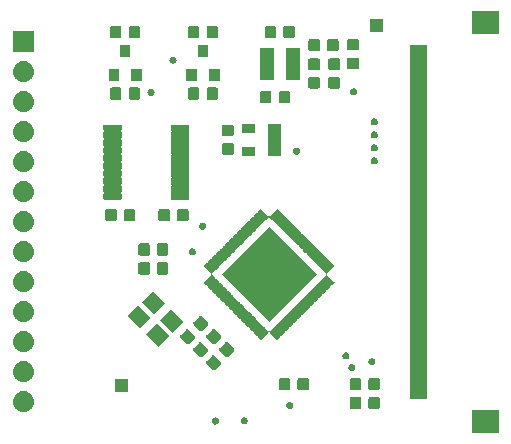
<source format=gbr>
%TF.GenerationSoftware,KiCad,Pcbnew,5.0.2+dfsg1-1*%
%TF.CreationDate,2020-08-11T00:40:15-07:00*%
%TF.ProjectId,driver-board-2L,64726976-6572-42d6-926f-6172642d324c,rev?*%
%TF.SameCoordinates,Original*%
%TF.FileFunction,Soldermask,Top*%
%TF.FilePolarity,Negative*%
%FSLAX46Y46*%
G04 Gerber Fmt 4.6, Leading zero omitted, Abs format (unit mm)*
G04 Created by KiCad (PCBNEW 5.0.2+dfsg1-1) date Tue 11 Aug 2020 12:40:15 AM PDT*
%MOMM*%
%LPD*%
G01*
G04 APERTURE LIST*
%ADD10C,0.100000*%
G04 APERTURE END LIST*
D10*
G36*
X152450000Y-84225000D02*
X150150000Y-84225000D01*
X150150000Y-82325000D01*
X152450000Y-82325000D01*
X152450000Y-84225000D01*
X152450000Y-84225000D01*
G37*
G36*
X128537507Y-82936528D02*
X128592103Y-82959143D01*
X128641239Y-82991974D01*
X128683026Y-83033761D01*
X128715857Y-83082897D01*
X128738472Y-83137493D01*
X128750000Y-83195453D01*
X128750000Y-83254547D01*
X128738472Y-83312507D01*
X128715857Y-83367103D01*
X128683026Y-83416239D01*
X128641239Y-83458026D01*
X128592103Y-83490857D01*
X128537507Y-83513472D01*
X128479547Y-83525000D01*
X128420453Y-83525000D01*
X128362493Y-83513472D01*
X128307897Y-83490857D01*
X128258761Y-83458026D01*
X128216974Y-83416239D01*
X128184143Y-83367103D01*
X128161528Y-83312507D01*
X128150000Y-83254547D01*
X128150000Y-83195453D01*
X128161528Y-83137493D01*
X128184143Y-83082897D01*
X128216974Y-83033761D01*
X128258761Y-82991974D01*
X128307897Y-82959143D01*
X128362493Y-82936528D01*
X128420453Y-82925000D01*
X128479547Y-82925000D01*
X128537507Y-82936528D01*
X128537507Y-82936528D01*
G37*
G36*
X130987507Y-82911528D02*
X131042103Y-82934143D01*
X131091239Y-82966974D01*
X131133026Y-83008761D01*
X131165857Y-83057897D01*
X131188472Y-83112493D01*
X131200000Y-83170453D01*
X131200000Y-83229547D01*
X131188472Y-83287507D01*
X131165857Y-83342103D01*
X131133026Y-83391239D01*
X131091239Y-83433026D01*
X131042103Y-83465857D01*
X130987507Y-83488472D01*
X130929547Y-83500000D01*
X130870453Y-83500000D01*
X130812493Y-83488472D01*
X130757897Y-83465857D01*
X130708761Y-83433026D01*
X130666974Y-83391239D01*
X130634143Y-83342103D01*
X130611528Y-83287507D01*
X130600000Y-83229547D01*
X130600000Y-83170453D01*
X130611528Y-83112493D01*
X130634143Y-83057897D01*
X130666974Y-83008761D01*
X130708761Y-82966974D01*
X130757897Y-82934143D01*
X130812493Y-82911528D01*
X130870453Y-82900000D01*
X130929547Y-82900000D01*
X130987507Y-82911528D01*
X130987507Y-82911528D01*
G37*
G36*
X112376432Y-80693022D02*
X112546081Y-80744485D01*
X112702433Y-80828056D01*
X112839475Y-80940525D01*
X112951944Y-81077567D01*
X113035515Y-81233919D01*
X113086978Y-81403568D01*
X113104354Y-81580000D01*
X113086978Y-81756432D01*
X113035515Y-81926081D01*
X112951944Y-82082433D01*
X112839475Y-82219475D01*
X112702433Y-82331944D01*
X112546081Y-82415515D01*
X112376432Y-82466978D01*
X112244211Y-82480000D01*
X112155789Y-82480000D01*
X112023568Y-82466978D01*
X111853919Y-82415515D01*
X111697567Y-82331944D01*
X111560525Y-82219475D01*
X111448056Y-82082433D01*
X111364485Y-81926081D01*
X111313022Y-81756432D01*
X111295646Y-81580000D01*
X111313022Y-81403568D01*
X111364485Y-81233919D01*
X111448056Y-81077567D01*
X111560525Y-80940525D01*
X111697567Y-80828056D01*
X111853919Y-80744485D01*
X112023568Y-80693022D01*
X112155789Y-80680000D01*
X112244211Y-80680000D01*
X112376432Y-80693022D01*
X112376432Y-80693022D01*
G37*
G36*
X140653992Y-81179076D02*
X140687883Y-81189357D01*
X140719111Y-81206048D01*
X140746485Y-81228515D01*
X140768952Y-81255889D01*
X140785643Y-81287117D01*
X140795924Y-81321008D01*
X140800000Y-81362391D01*
X140800000Y-82037609D01*
X140795924Y-82078992D01*
X140785643Y-82112883D01*
X140768952Y-82144111D01*
X140746485Y-82171485D01*
X140719111Y-82193952D01*
X140687883Y-82210643D01*
X140653992Y-82220924D01*
X140612609Y-82225000D01*
X140012391Y-82225000D01*
X139971008Y-82220924D01*
X139937117Y-82210643D01*
X139905889Y-82193952D01*
X139878515Y-82171485D01*
X139856048Y-82144111D01*
X139839357Y-82112883D01*
X139829076Y-82078992D01*
X139825000Y-82037609D01*
X139825000Y-81362391D01*
X139829076Y-81321008D01*
X139839357Y-81287117D01*
X139856048Y-81255889D01*
X139878515Y-81228515D01*
X139905889Y-81206048D01*
X139937117Y-81189357D01*
X139971008Y-81179076D01*
X140012391Y-81175000D01*
X140612609Y-81175000D01*
X140653992Y-81179076D01*
X140653992Y-81179076D01*
G37*
G36*
X142228992Y-81179076D02*
X142262883Y-81189357D01*
X142294111Y-81206048D01*
X142321485Y-81228515D01*
X142343952Y-81255889D01*
X142360643Y-81287117D01*
X142370924Y-81321008D01*
X142375000Y-81362391D01*
X142375000Y-82037609D01*
X142370924Y-82078992D01*
X142360643Y-82112883D01*
X142343952Y-82144111D01*
X142321485Y-82171485D01*
X142294111Y-82193952D01*
X142262883Y-82210643D01*
X142228992Y-82220924D01*
X142187609Y-82225000D01*
X141587391Y-82225000D01*
X141546008Y-82220924D01*
X141512117Y-82210643D01*
X141480889Y-82193952D01*
X141453515Y-82171485D01*
X141431048Y-82144111D01*
X141414357Y-82112883D01*
X141404076Y-82078992D01*
X141400000Y-82037609D01*
X141400000Y-81362391D01*
X141404076Y-81321008D01*
X141414357Y-81287117D01*
X141431048Y-81255889D01*
X141453515Y-81228515D01*
X141480889Y-81206048D01*
X141512117Y-81189357D01*
X141546008Y-81179076D01*
X141587391Y-81175000D01*
X142187609Y-81175000D01*
X142228992Y-81179076D01*
X142228992Y-81179076D01*
G37*
G36*
X134837507Y-81611528D02*
X134892103Y-81634143D01*
X134941239Y-81666974D01*
X134983026Y-81708761D01*
X135015857Y-81757897D01*
X135038472Y-81812493D01*
X135050000Y-81870453D01*
X135050000Y-81929547D01*
X135038472Y-81987507D01*
X135015857Y-82042103D01*
X134983026Y-82091239D01*
X134941239Y-82133026D01*
X134892103Y-82165857D01*
X134837507Y-82188472D01*
X134779547Y-82200000D01*
X134720453Y-82200000D01*
X134662493Y-82188472D01*
X134607897Y-82165857D01*
X134558761Y-82133026D01*
X134516974Y-82091239D01*
X134484143Y-82042103D01*
X134461528Y-81987507D01*
X134450000Y-81929547D01*
X134450000Y-81870453D01*
X134461528Y-81812493D01*
X134484143Y-81757897D01*
X134516974Y-81708761D01*
X134558761Y-81666974D01*
X134607897Y-81634143D01*
X134662493Y-81611528D01*
X134720453Y-81600000D01*
X134779547Y-81600000D01*
X134837507Y-81611528D01*
X134837507Y-81611528D01*
G37*
G36*
X146350000Y-81325000D02*
X144950000Y-81325000D01*
X144950000Y-51425000D01*
X146350000Y-51425000D01*
X146350000Y-81325000D01*
X146350000Y-81325000D01*
G37*
G36*
X121050000Y-80750000D02*
X119950000Y-80750000D01*
X119950000Y-79650000D01*
X121050000Y-79650000D01*
X121050000Y-80750000D01*
X121050000Y-80750000D01*
G37*
G36*
X136228992Y-79579076D02*
X136262883Y-79589357D01*
X136294111Y-79606048D01*
X136321485Y-79628515D01*
X136343952Y-79655889D01*
X136360643Y-79687117D01*
X136370924Y-79721008D01*
X136375000Y-79762391D01*
X136375000Y-80437609D01*
X136370924Y-80478992D01*
X136360643Y-80512883D01*
X136343952Y-80544111D01*
X136321485Y-80571485D01*
X136294111Y-80593952D01*
X136262883Y-80610643D01*
X136228992Y-80620924D01*
X136187609Y-80625000D01*
X135587391Y-80625000D01*
X135546008Y-80620924D01*
X135512117Y-80610643D01*
X135480889Y-80593952D01*
X135453515Y-80571485D01*
X135431048Y-80544111D01*
X135414357Y-80512883D01*
X135404076Y-80478992D01*
X135400000Y-80437609D01*
X135400000Y-79762391D01*
X135404076Y-79721008D01*
X135414357Y-79687117D01*
X135431048Y-79655889D01*
X135453515Y-79628515D01*
X135480889Y-79606048D01*
X135512117Y-79589357D01*
X135546008Y-79579076D01*
X135587391Y-79575000D01*
X136187609Y-79575000D01*
X136228992Y-79579076D01*
X136228992Y-79579076D01*
G37*
G36*
X134653992Y-79579076D02*
X134687883Y-79589357D01*
X134719111Y-79606048D01*
X134746485Y-79628515D01*
X134768952Y-79655889D01*
X134785643Y-79687117D01*
X134795924Y-79721008D01*
X134800000Y-79762391D01*
X134800000Y-80437609D01*
X134795924Y-80478992D01*
X134785643Y-80512883D01*
X134768952Y-80544111D01*
X134746485Y-80571485D01*
X134719111Y-80593952D01*
X134687883Y-80610643D01*
X134653992Y-80620924D01*
X134612609Y-80625000D01*
X134012391Y-80625000D01*
X133971008Y-80620924D01*
X133937117Y-80610643D01*
X133905889Y-80593952D01*
X133878515Y-80571485D01*
X133856048Y-80544111D01*
X133839357Y-80512883D01*
X133829076Y-80478992D01*
X133825000Y-80437609D01*
X133825000Y-79762391D01*
X133829076Y-79721008D01*
X133839357Y-79687117D01*
X133856048Y-79655889D01*
X133878515Y-79628515D01*
X133905889Y-79606048D01*
X133937117Y-79589357D01*
X133971008Y-79579076D01*
X134012391Y-79575000D01*
X134612609Y-79575000D01*
X134653992Y-79579076D01*
X134653992Y-79579076D01*
G37*
G36*
X140653992Y-79579076D02*
X140687883Y-79589357D01*
X140719111Y-79606048D01*
X140746485Y-79628515D01*
X140768952Y-79655889D01*
X140785643Y-79687117D01*
X140795924Y-79721008D01*
X140800000Y-79762391D01*
X140800000Y-80437609D01*
X140795924Y-80478992D01*
X140785643Y-80512883D01*
X140768952Y-80544111D01*
X140746485Y-80571485D01*
X140719111Y-80593952D01*
X140687883Y-80610643D01*
X140653992Y-80620924D01*
X140612609Y-80625000D01*
X140012391Y-80625000D01*
X139971008Y-80620924D01*
X139937117Y-80610643D01*
X139905889Y-80593952D01*
X139878515Y-80571485D01*
X139856048Y-80544111D01*
X139839357Y-80512883D01*
X139829076Y-80478992D01*
X139825000Y-80437609D01*
X139825000Y-79762391D01*
X139829076Y-79721008D01*
X139839357Y-79687117D01*
X139856048Y-79655889D01*
X139878515Y-79628515D01*
X139905889Y-79606048D01*
X139937117Y-79589357D01*
X139971008Y-79579076D01*
X140012391Y-79575000D01*
X140612609Y-79575000D01*
X140653992Y-79579076D01*
X140653992Y-79579076D01*
G37*
G36*
X142228992Y-79579076D02*
X142262883Y-79589357D01*
X142294111Y-79606048D01*
X142321485Y-79628515D01*
X142343952Y-79655889D01*
X142360643Y-79687117D01*
X142370924Y-79721008D01*
X142375000Y-79762391D01*
X142375000Y-80437609D01*
X142370924Y-80478992D01*
X142360643Y-80512883D01*
X142343952Y-80544111D01*
X142321485Y-80571485D01*
X142294111Y-80593952D01*
X142262883Y-80610643D01*
X142228992Y-80620924D01*
X142187609Y-80625000D01*
X141587391Y-80625000D01*
X141546008Y-80620924D01*
X141512117Y-80610643D01*
X141480889Y-80593952D01*
X141453515Y-80571485D01*
X141431048Y-80544111D01*
X141414357Y-80512883D01*
X141404076Y-80478992D01*
X141400000Y-80437609D01*
X141400000Y-79762391D01*
X141404076Y-79721008D01*
X141414357Y-79687117D01*
X141431048Y-79655889D01*
X141453515Y-79628515D01*
X141480889Y-79606048D01*
X141512117Y-79589357D01*
X141546008Y-79579076D01*
X141587391Y-79575000D01*
X142187609Y-79575000D01*
X142228992Y-79579076D01*
X142228992Y-79579076D01*
G37*
G36*
X112376432Y-78153022D02*
X112546081Y-78204485D01*
X112702433Y-78288056D01*
X112839475Y-78400525D01*
X112951944Y-78537567D01*
X113035515Y-78693919D01*
X113086978Y-78863568D01*
X113104354Y-79040000D01*
X113086978Y-79216432D01*
X113035515Y-79386081D01*
X112951944Y-79542433D01*
X112839475Y-79679475D01*
X112702433Y-79791944D01*
X112546081Y-79875515D01*
X112376432Y-79926978D01*
X112244211Y-79940000D01*
X112155789Y-79940000D01*
X112023568Y-79926978D01*
X111853919Y-79875515D01*
X111697567Y-79791944D01*
X111560525Y-79679475D01*
X111448056Y-79542433D01*
X111364485Y-79386081D01*
X111313022Y-79216432D01*
X111295646Y-79040000D01*
X111313022Y-78863568D01*
X111364485Y-78693919D01*
X111448056Y-78537567D01*
X111560525Y-78400525D01*
X111697567Y-78288056D01*
X111853919Y-78204485D01*
X112023568Y-78153022D01*
X112155789Y-78140000D01*
X112244211Y-78140000D01*
X112376432Y-78153022D01*
X112376432Y-78153022D01*
G37*
G36*
X140087507Y-78411528D02*
X140142103Y-78434143D01*
X140191239Y-78466974D01*
X140233026Y-78508761D01*
X140265857Y-78557897D01*
X140288472Y-78612493D01*
X140300000Y-78670453D01*
X140300000Y-78729547D01*
X140288472Y-78787507D01*
X140265857Y-78842103D01*
X140233026Y-78891239D01*
X140191239Y-78933026D01*
X140142103Y-78965857D01*
X140087507Y-78988472D01*
X140029547Y-79000000D01*
X139970453Y-79000000D01*
X139912493Y-78988472D01*
X139857897Y-78965857D01*
X139808761Y-78933026D01*
X139766974Y-78891239D01*
X139734143Y-78842103D01*
X139711528Y-78787507D01*
X139700000Y-78729547D01*
X139700000Y-78670453D01*
X139711528Y-78612493D01*
X139734143Y-78557897D01*
X139766974Y-78508761D01*
X139808761Y-78466974D01*
X139857897Y-78434143D01*
X139912493Y-78411528D01*
X139970453Y-78400000D01*
X140029547Y-78400000D01*
X140087507Y-78411528D01*
X140087507Y-78411528D01*
G37*
G36*
X128301878Y-77645054D02*
X128335769Y-77655335D01*
X128366997Y-77672026D01*
X128399141Y-77698407D01*
X128876593Y-78175859D01*
X128902974Y-78208003D01*
X128919665Y-78239231D01*
X128929946Y-78273122D01*
X128933417Y-78308364D01*
X128929946Y-78343606D01*
X128919665Y-78377497D01*
X128902974Y-78408725D01*
X128876593Y-78440869D01*
X128452175Y-78865287D01*
X128420031Y-78891668D01*
X128388803Y-78908359D01*
X128354912Y-78918640D01*
X128319670Y-78922111D01*
X128284428Y-78918640D01*
X128250537Y-78908359D01*
X128219309Y-78891668D01*
X128187165Y-78865287D01*
X127709713Y-78387835D01*
X127683332Y-78355691D01*
X127666641Y-78324463D01*
X127656360Y-78290572D01*
X127652889Y-78255330D01*
X127656360Y-78220088D01*
X127666641Y-78186197D01*
X127683332Y-78154969D01*
X127709713Y-78122825D01*
X128134131Y-77698407D01*
X128166275Y-77672026D01*
X128197503Y-77655335D01*
X128231394Y-77645054D01*
X128266636Y-77641583D01*
X128301878Y-77645054D01*
X128301878Y-77645054D01*
G37*
G36*
X141787507Y-77911528D02*
X141842103Y-77934143D01*
X141891239Y-77966974D01*
X141933026Y-78008761D01*
X141965857Y-78057897D01*
X141988472Y-78112493D01*
X142000000Y-78170453D01*
X142000000Y-78229547D01*
X141988472Y-78287507D01*
X141965857Y-78342103D01*
X141933026Y-78391239D01*
X141891239Y-78433026D01*
X141842103Y-78465857D01*
X141787507Y-78488472D01*
X141729547Y-78500000D01*
X141670453Y-78500000D01*
X141612493Y-78488472D01*
X141557897Y-78465857D01*
X141508761Y-78433026D01*
X141466974Y-78391239D01*
X141434143Y-78342103D01*
X141411528Y-78287507D01*
X141400000Y-78229547D01*
X141400000Y-78170453D01*
X141411528Y-78112493D01*
X141434143Y-78057897D01*
X141466974Y-78008761D01*
X141508761Y-77966974D01*
X141557897Y-77934143D01*
X141612493Y-77911528D01*
X141670453Y-77900000D01*
X141729547Y-77900000D01*
X141787507Y-77911528D01*
X141787507Y-77911528D01*
G37*
G36*
X139587507Y-77411528D02*
X139642103Y-77434143D01*
X139691239Y-77466974D01*
X139733026Y-77508761D01*
X139765857Y-77557897D01*
X139788472Y-77612493D01*
X139800000Y-77670453D01*
X139800000Y-77729547D01*
X139788472Y-77787507D01*
X139765857Y-77842103D01*
X139733026Y-77891239D01*
X139691239Y-77933026D01*
X139642103Y-77965857D01*
X139587507Y-77988472D01*
X139529547Y-78000000D01*
X139470453Y-78000000D01*
X139412493Y-77988472D01*
X139357897Y-77965857D01*
X139308761Y-77933026D01*
X139266974Y-77891239D01*
X139234143Y-77842103D01*
X139211528Y-77787507D01*
X139200000Y-77729547D01*
X139200000Y-77670453D01*
X139211528Y-77612493D01*
X139234143Y-77557897D01*
X139266974Y-77508761D01*
X139308761Y-77466974D01*
X139357897Y-77434143D01*
X139412493Y-77411528D01*
X139470453Y-77400000D01*
X139529547Y-77400000D01*
X139587507Y-77411528D01*
X139587507Y-77411528D01*
G37*
G36*
X127201878Y-76545054D02*
X127235769Y-76555335D01*
X127266997Y-76572026D01*
X127299141Y-76598407D01*
X127776593Y-77075859D01*
X127802974Y-77108003D01*
X127819665Y-77139231D01*
X127829946Y-77173122D01*
X127833417Y-77208364D01*
X127829946Y-77243606D01*
X127819665Y-77277497D01*
X127802974Y-77308725D01*
X127776593Y-77340869D01*
X127352175Y-77765287D01*
X127320031Y-77791668D01*
X127288803Y-77808359D01*
X127254912Y-77818640D01*
X127219670Y-77822111D01*
X127184428Y-77818640D01*
X127150537Y-77808359D01*
X127119309Y-77791668D01*
X127087165Y-77765287D01*
X126609713Y-77287835D01*
X126583332Y-77255691D01*
X126566641Y-77224463D01*
X126556360Y-77190572D01*
X126552889Y-77155330D01*
X126556360Y-77120088D01*
X126566641Y-77086197D01*
X126583332Y-77054969D01*
X126609713Y-77022825D01*
X127034131Y-76598407D01*
X127066275Y-76572026D01*
X127097503Y-76555335D01*
X127131394Y-76545054D01*
X127166636Y-76541583D01*
X127201878Y-76545054D01*
X127201878Y-76545054D01*
G37*
G36*
X129415572Y-76531360D02*
X129449463Y-76541641D01*
X129480691Y-76558332D01*
X129512835Y-76584713D01*
X129990287Y-77062165D01*
X130016668Y-77094309D01*
X130033359Y-77125537D01*
X130043640Y-77159428D01*
X130047111Y-77194670D01*
X130043640Y-77229912D01*
X130033359Y-77263803D01*
X130016668Y-77295031D01*
X129990287Y-77327175D01*
X129565869Y-77751593D01*
X129533725Y-77777974D01*
X129502497Y-77794665D01*
X129468606Y-77804946D01*
X129433364Y-77808417D01*
X129398122Y-77804946D01*
X129364231Y-77794665D01*
X129333003Y-77777974D01*
X129300859Y-77751593D01*
X128823407Y-77274141D01*
X128797026Y-77241997D01*
X128780335Y-77210769D01*
X128770054Y-77176878D01*
X128766583Y-77141636D01*
X128770054Y-77106394D01*
X128780335Y-77072503D01*
X128797026Y-77041275D01*
X128823407Y-77009131D01*
X129247825Y-76584713D01*
X129279969Y-76558332D01*
X129311197Y-76541641D01*
X129345088Y-76531360D01*
X129380330Y-76527889D01*
X129415572Y-76531360D01*
X129415572Y-76531360D01*
G37*
G36*
X112376432Y-75613022D02*
X112546081Y-75664485D01*
X112702433Y-75748056D01*
X112839475Y-75860525D01*
X112951944Y-75997567D01*
X113035515Y-76153919D01*
X113086978Y-76323568D01*
X113104354Y-76500000D01*
X113086978Y-76676432D01*
X113035515Y-76846081D01*
X112951944Y-77002433D01*
X112839475Y-77139475D01*
X112702433Y-77251944D01*
X112546081Y-77335515D01*
X112376432Y-77386978D01*
X112244211Y-77400000D01*
X112155789Y-77400000D01*
X112023568Y-77386978D01*
X111853919Y-77335515D01*
X111697567Y-77251944D01*
X111560525Y-77139475D01*
X111448056Y-77002433D01*
X111364485Y-76846081D01*
X111313022Y-76676432D01*
X111295646Y-76500000D01*
X111313022Y-76323568D01*
X111364485Y-76153919D01*
X111448056Y-75997567D01*
X111560525Y-75860525D01*
X111697567Y-75748056D01*
X111853919Y-75664485D01*
X112023568Y-75613022D01*
X112155789Y-75600000D01*
X112244211Y-75600000D01*
X112376432Y-75613022D01*
X112376432Y-75613022D01*
G37*
G36*
X124545585Y-76026346D02*
X123626346Y-76945585D01*
X122565685Y-75884924D01*
X123484924Y-74965685D01*
X124545585Y-76026346D01*
X124545585Y-76026346D01*
G37*
G36*
X126101878Y-75445054D02*
X126135769Y-75455335D01*
X126166997Y-75472026D01*
X126199141Y-75498407D01*
X126676593Y-75975859D01*
X126702974Y-76008003D01*
X126719665Y-76039231D01*
X126729946Y-76073122D01*
X126733417Y-76108364D01*
X126729946Y-76143606D01*
X126719665Y-76177497D01*
X126702974Y-76208725D01*
X126676593Y-76240869D01*
X126252175Y-76665287D01*
X126220031Y-76691668D01*
X126188803Y-76708359D01*
X126154912Y-76718640D01*
X126119670Y-76722111D01*
X126084428Y-76718640D01*
X126050537Y-76708359D01*
X126019309Y-76691668D01*
X125987165Y-76665287D01*
X125509713Y-76187835D01*
X125483332Y-76155691D01*
X125466641Y-76124463D01*
X125456360Y-76090572D01*
X125452889Y-76055330D01*
X125456360Y-76020088D01*
X125466641Y-75986197D01*
X125483332Y-75954969D01*
X125509713Y-75922825D01*
X125934131Y-75498407D01*
X125966275Y-75472026D01*
X125997503Y-75455335D01*
X126031394Y-75445054D01*
X126066636Y-75441583D01*
X126101878Y-75445054D01*
X126101878Y-75445054D01*
G37*
G36*
X128315572Y-75431360D02*
X128349463Y-75441641D01*
X128380691Y-75458332D01*
X128412835Y-75484713D01*
X128890287Y-75962165D01*
X128916668Y-75994309D01*
X128933359Y-76025537D01*
X128943640Y-76059428D01*
X128947111Y-76094670D01*
X128943640Y-76129912D01*
X128933359Y-76163803D01*
X128916668Y-76195031D01*
X128890287Y-76227175D01*
X128465869Y-76651593D01*
X128433725Y-76677974D01*
X128402497Y-76694665D01*
X128368606Y-76704946D01*
X128333364Y-76708417D01*
X128298122Y-76704946D01*
X128264231Y-76694665D01*
X128233003Y-76677974D01*
X128200859Y-76651593D01*
X127723407Y-76174141D01*
X127697026Y-76141997D01*
X127680335Y-76110769D01*
X127670054Y-76076878D01*
X127666583Y-76041636D01*
X127670054Y-76006394D01*
X127680335Y-75972503D01*
X127697026Y-75941275D01*
X127723407Y-75909131D01*
X128147825Y-75484713D01*
X128179969Y-75458332D01*
X128211197Y-75441641D01*
X128245088Y-75431360D01*
X128280330Y-75427889D01*
X128315572Y-75431360D01*
X128315572Y-75431360D01*
G37*
G36*
X133711868Y-65260640D02*
X133716442Y-65262028D01*
X133720660Y-65264283D01*
X133729128Y-65271232D01*
X133932574Y-65474678D01*
X133939523Y-65483146D01*
X133941778Y-65487364D01*
X133943166Y-65491938D01*
X133944072Y-65501141D01*
X133948852Y-65525174D01*
X133958230Y-65547813D01*
X133971844Y-65568188D01*
X133989171Y-65585515D01*
X134009545Y-65599129D01*
X134032184Y-65608506D01*
X134056218Y-65613287D01*
X134065421Y-65614193D01*
X134069995Y-65615581D01*
X134074213Y-65617836D01*
X134082681Y-65624785D01*
X134286127Y-65828231D01*
X134293076Y-65836699D01*
X134295331Y-65840917D01*
X134296719Y-65845491D01*
X134297625Y-65854694D01*
X134302405Y-65878728D01*
X134311782Y-65901367D01*
X134325396Y-65921742D01*
X134342723Y-65939069D01*
X134363098Y-65952683D01*
X134385737Y-65962060D01*
X134409772Y-65966841D01*
X134418975Y-65967747D01*
X134423549Y-65969135D01*
X134427767Y-65971390D01*
X134436235Y-65978339D01*
X134639681Y-66181785D01*
X134646630Y-66190253D01*
X134648885Y-66194471D01*
X134650273Y-66199045D01*
X134651179Y-66208248D01*
X134655959Y-66232281D01*
X134665337Y-66254920D01*
X134678951Y-66275295D01*
X134696278Y-66292622D01*
X134716652Y-66306236D01*
X134739291Y-66315613D01*
X134763325Y-66320394D01*
X134772528Y-66321300D01*
X134777102Y-66322688D01*
X134781320Y-66324943D01*
X134789788Y-66331892D01*
X134993234Y-66535338D01*
X135000183Y-66543806D01*
X135002438Y-66548024D01*
X135003826Y-66552598D01*
X135004732Y-66561801D01*
X135009512Y-66585835D01*
X135018889Y-66608474D01*
X135032503Y-66628849D01*
X135049830Y-66646176D01*
X135070205Y-66659790D01*
X135092844Y-66669167D01*
X135116878Y-66673948D01*
X135126081Y-66674854D01*
X135130655Y-66676242D01*
X135134873Y-66678497D01*
X135143341Y-66685446D01*
X135346787Y-66888892D01*
X135353736Y-66897360D01*
X135355991Y-66901578D01*
X135357379Y-66906152D01*
X135358285Y-66915355D01*
X135363065Y-66939388D01*
X135372443Y-66962027D01*
X135386057Y-66982402D01*
X135403384Y-66999729D01*
X135423758Y-67013343D01*
X135446397Y-67022720D01*
X135470432Y-67027501D01*
X135479635Y-67028407D01*
X135484209Y-67029795D01*
X135488427Y-67032050D01*
X135496895Y-67038999D01*
X135700341Y-67242445D01*
X135707290Y-67250913D01*
X135709545Y-67255131D01*
X135710933Y-67259705D01*
X135711839Y-67268908D01*
X135716619Y-67292941D01*
X135725997Y-67315580D01*
X135739611Y-67335955D01*
X135756938Y-67353282D01*
X135777312Y-67366896D01*
X135799951Y-67376273D01*
X135823985Y-67381054D01*
X135833188Y-67381960D01*
X135837762Y-67383348D01*
X135841980Y-67385603D01*
X135850448Y-67392552D01*
X136053894Y-67595998D01*
X136060843Y-67604466D01*
X136063098Y-67608684D01*
X136064486Y-67613258D01*
X136065392Y-67622461D01*
X136070172Y-67646495D01*
X136079549Y-67669134D01*
X136093163Y-67689509D01*
X136110490Y-67706836D01*
X136130865Y-67720450D01*
X136153504Y-67729827D01*
X136177539Y-67734608D01*
X136186742Y-67735514D01*
X136191316Y-67736902D01*
X136195534Y-67739157D01*
X136204002Y-67746106D01*
X136407448Y-67949552D01*
X136414397Y-67958020D01*
X136416652Y-67962238D01*
X136418040Y-67966812D01*
X136418946Y-67976015D01*
X136423726Y-68000048D01*
X136433104Y-68022687D01*
X136446718Y-68043062D01*
X136464045Y-68060389D01*
X136484419Y-68074003D01*
X136507058Y-68083380D01*
X136531092Y-68088161D01*
X136540295Y-68089067D01*
X136544869Y-68090455D01*
X136549087Y-68092710D01*
X136557555Y-68099659D01*
X136761001Y-68303105D01*
X136767950Y-68311573D01*
X136770205Y-68315791D01*
X136771593Y-68320365D01*
X136772499Y-68329568D01*
X136777279Y-68353602D01*
X136786656Y-68376241D01*
X136800270Y-68396616D01*
X136817597Y-68413943D01*
X136837972Y-68427557D01*
X136860611Y-68436934D01*
X136884645Y-68441715D01*
X136893848Y-68442621D01*
X136898422Y-68444009D01*
X136902640Y-68446264D01*
X136911108Y-68453213D01*
X137114554Y-68656659D01*
X137121503Y-68665127D01*
X137123758Y-68669345D01*
X137125146Y-68673919D01*
X137126052Y-68683122D01*
X137130832Y-68707155D01*
X137140210Y-68729794D01*
X137153824Y-68750169D01*
X137171151Y-68767496D01*
X137191525Y-68781110D01*
X137214164Y-68790487D01*
X137238199Y-68795268D01*
X137247402Y-68796174D01*
X137251976Y-68797562D01*
X137256194Y-68799817D01*
X137264662Y-68806766D01*
X137468108Y-69010212D01*
X137475057Y-69018680D01*
X137477312Y-69022898D01*
X137478700Y-69027472D01*
X137479606Y-69036675D01*
X137484386Y-69060708D01*
X137493764Y-69083347D01*
X137507378Y-69103722D01*
X137524705Y-69121049D01*
X137545079Y-69134663D01*
X137567718Y-69144040D01*
X137591752Y-69148821D01*
X137600955Y-69149727D01*
X137605529Y-69151115D01*
X137609747Y-69153370D01*
X137618215Y-69160319D01*
X137821661Y-69363765D01*
X137828610Y-69372233D01*
X137830865Y-69376451D01*
X137832253Y-69381025D01*
X137833159Y-69390228D01*
X137837939Y-69414262D01*
X137847316Y-69436901D01*
X137860930Y-69457276D01*
X137878257Y-69474603D01*
X137898632Y-69488217D01*
X137921271Y-69497594D01*
X137945306Y-69502375D01*
X137954509Y-69503281D01*
X137959083Y-69504669D01*
X137963301Y-69506924D01*
X137971769Y-69513873D01*
X138175215Y-69717319D01*
X138182164Y-69725787D01*
X138184419Y-69730005D01*
X138185807Y-69734579D01*
X138186713Y-69743782D01*
X138191493Y-69767815D01*
X138200871Y-69790454D01*
X138214485Y-69810829D01*
X138231812Y-69828156D01*
X138252186Y-69841770D01*
X138274825Y-69851147D01*
X138298859Y-69855928D01*
X138308062Y-69856834D01*
X138312636Y-69858222D01*
X138316854Y-69860477D01*
X138325322Y-69867426D01*
X138528768Y-70070872D01*
X138535717Y-70079340D01*
X138537972Y-70083558D01*
X138539360Y-70088132D01*
X138539828Y-70092893D01*
X138539360Y-70097654D01*
X138537972Y-70102228D01*
X138535717Y-70106446D01*
X138528768Y-70114914D01*
X137932070Y-70711612D01*
X137916524Y-70730554D01*
X137904973Y-70752165D01*
X137897860Y-70775614D01*
X137895458Y-70800000D01*
X137897860Y-70824386D01*
X137904973Y-70847835D01*
X137916524Y-70869446D01*
X137932070Y-70888388D01*
X138528768Y-71485086D01*
X138535717Y-71493554D01*
X138537972Y-71497772D01*
X138539360Y-71502346D01*
X138539828Y-71507107D01*
X138539360Y-71511868D01*
X138537972Y-71516442D01*
X138535717Y-71520660D01*
X138528768Y-71529128D01*
X138325322Y-71732574D01*
X138316854Y-71739523D01*
X138312636Y-71741778D01*
X138308062Y-71743166D01*
X138298859Y-71744072D01*
X138274826Y-71748852D01*
X138252187Y-71758230D01*
X138231812Y-71771844D01*
X138214485Y-71789171D01*
X138200871Y-71809545D01*
X138191494Y-71832184D01*
X138186713Y-71856218D01*
X138185807Y-71865421D01*
X138184419Y-71869995D01*
X138182164Y-71874213D01*
X138175215Y-71882681D01*
X137971769Y-72086127D01*
X137963301Y-72093076D01*
X137959083Y-72095331D01*
X137954509Y-72096719D01*
X137945306Y-72097625D01*
X137921272Y-72102405D01*
X137898633Y-72111782D01*
X137878258Y-72125396D01*
X137860931Y-72142723D01*
X137847317Y-72163098D01*
X137837940Y-72185737D01*
X137833159Y-72209772D01*
X137832253Y-72218975D01*
X137830865Y-72223549D01*
X137828610Y-72227767D01*
X137821661Y-72236235D01*
X137618215Y-72439681D01*
X137609747Y-72446630D01*
X137605529Y-72448885D01*
X137600955Y-72450273D01*
X137591752Y-72451179D01*
X137567719Y-72455959D01*
X137545080Y-72465337D01*
X137524705Y-72478951D01*
X137507378Y-72496278D01*
X137493764Y-72516652D01*
X137484387Y-72539291D01*
X137479606Y-72563325D01*
X137478700Y-72572528D01*
X137477312Y-72577102D01*
X137475057Y-72581320D01*
X137468108Y-72589788D01*
X137264662Y-72793234D01*
X137256194Y-72800183D01*
X137251976Y-72802438D01*
X137247402Y-72803826D01*
X137238199Y-72804732D01*
X137214165Y-72809512D01*
X137191526Y-72818889D01*
X137171151Y-72832503D01*
X137153824Y-72849830D01*
X137140210Y-72870205D01*
X137130833Y-72892844D01*
X137126052Y-72916878D01*
X137125146Y-72926081D01*
X137123758Y-72930655D01*
X137121503Y-72934873D01*
X137114554Y-72943341D01*
X136911108Y-73146787D01*
X136902640Y-73153736D01*
X136898422Y-73155991D01*
X136893848Y-73157379D01*
X136884645Y-73158285D01*
X136860612Y-73163065D01*
X136837973Y-73172443D01*
X136817598Y-73186057D01*
X136800271Y-73203384D01*
X136786657Y-73223758D01*
X136777280Y-73246397D01*
X136772499Y-73270432D01*
X136771593Y-73279635D01*
X136770205Y-73284209D01*
X136767950Y-73288427D01*
X136761001Y-73296895D01*
X136557555Y-73500341D01*
X136549087Y-73507290D01*
X136544869Y-73509545D01*
X136540295Y-73510933D01*
X136531092Y-73511839D01*
X136507059Y-73516619D01*
X136484420Y-73525997D01*
X136464045Y-73539611D01*
X136446718Y-73556938D01*
X136433104Y-73577312D01*
X136423727Y-73599951D01*
X136418946Y-73623985D01*
X136418040Y-73633188D01*
X136416652Y-73637762D01*
X136414397Y-73641980D01*
X136407448Y-73650448D01*
X136204002Y-73853894D01*
X136195534Y-73860843D01*
X136191316Y-73863098D01*
X136186742Y-73864486D01*
X136177539Y-73865392D01*
X136153505Y-73870172D01*
X136130866Y-73879549D01*
X136110491Y-73893163D01*
X136093164Y-73910490D01*
X136079550Y-73930865D01*
X136070173Y-73953504D01*
X136065392Y-73977539D01*
X136064486Y-73986742D01*
X136063098Y-73991316D01*
X136060843Y-73995534D01*
X136053894Y-74004002D01*
X135850448Y-74207448D01*
X135841980Y-74214397D01*
X135837762Y-74216652D01*
X135833188Y-74218040D01*
X135823985Y-74218946D01*
X135799952Y-74223726D01*
X135777313Y-74233104D01*
X135756938Y-74246718D01*
X135739611Y-74264045D01*
X135725997Y-74284419D01*
X135716620Y-74307058D01*
X135711839Y-74331092D01*
X135710933Y-74340295D01*
X135709545Y-74344869D01*
X135707290Y-74349087D01*
X135700341Y-74357555D01*
X135496895Y-74561001D01*
X135488427Y-74567950D01*
X135484209Y-74570205D01*
X135479635Y-74571593D01*
X135470432Y-74572499D01*
X135446398Y-74577279D01*
X135423759Y-74586656D01*
X135403384Y-74600270D01*
X135386057Y-74617597D01*
X135372443Y-74637972D01*
X135363066Y-74660611D01*
X135358285Y-74684645D01*
X135357379Y-74693848D01*
X135355991Y-74698422D01*
X135353736Y-74702640D01*
X135346787Y-74711108D01*
X135143341Y-74914554D01*
X135134873Y-74921503D01*
X135130655Y-74923758D01*
X135126081Y-74925146D01*
X135116878Y-74926052D01*
X135092845Y-74930832D01*
X135070206Y-74940210D01*
X135049831Y-74953824D01*
X135032504Y-74971151D01*
X135018890Y-74991525D01*
X135009513Y-75014164D01*
X135004732Y-75038199D01*
X135003826Y-75047402D01*
X135002438Y-75051976D01*
X135000183Y-75056194D01*
X134993234Y-75064662D01*
X134789788Y-75268108D01*
X134781320Y-75275057D01*
X134777102Y-75277312D01*
X134772528Y-75278700D01*
X134763325Y-75279606D01*
X134739292Y-75284386D01*
X134716653Y-75293764D01*
X134696278Y-75307378D01*
X134678951Y-75324705D01*
X134665337Y-75345079D01*
X134655960Y-75367718D01*
X134651179Y-75391752D01*
X134650273Y-75400955D01*
X134648885Y-75405529D01*
X134646630Y-75409747D01*
X134639681Y-75418215D01*
X134436235Y-75621661D01*
X134427767Y-75628610D01*
X134423549Y-75630865D01*
X134418975Y-75632253D01*
X134409772Y-75633159D01*
X134385738Y-75637939D01*
X134363099Y-75647316D01*
X134342724Y-75660930D01*
X134325397Y-75678257D01*
X134311783Y-75698632D01*
X134302406Y-75721271D01*
X134297625Y-75745306D01*
X134296719Y-75754509D01*
X134295331Y-75759083D01*
X134293076Y-75763301D01*
X134286127Y-75771769D01*
X134082681Y-75975215D01*
X134074213Y-75982164D01*
X134069995Y-75984419D01*
X134065421Y-75985807D01*
X134056218Y-75986713D01*
X134032185Y-75991493D01*
X134009546Y-76000871D01*
X133989171Y-76014485D01*
X133971844Y-76031812D01*
X133958230Y-76052186D01*
X133948853Y-76074825D01*
X133944072Y-76098859D01*
X133943166Y-76108062D01*
X133941778Y-76112636D01*
X133939523Y-76116854D01*
X133932574Y-76125322D01*
X133729128Y-76328768D01*
X133720660Y-76335717D01*
X133716442Y-76337972D01*
X133711868Y-76339360D01*
X133707107Y-76339828D01*
X133702346Y-76339360D01*
X133697772Y-76337972D01*
X133693554Y-76335717D01*
X133685086Y-76328768D01*
X133088388Y-75732070D01*
X133069446Y-75716524D01*
X133047835Y-75704973D01*
X133024386Y-75697860D01*
X133000000Y-75695458D01*
X132975614Y-75697860D01*
X132952165Y-75704973D01*
X132930554Y-75716524D01*
X132911612Y-75732070D01*
X132314914Y-76328768D01*
X132306446Y-76335717D01*
X132302228Y-76337972D01*
X132297654Y-76339360D01*
X132292893Y-76339828D01*
X132288132Y-76339360D01*
X132283558Y-76337972D01*
X132279340Y-76335717D01*
X132270872Y-76328768D01*
X132067426Y-76125322D01*
X132060477Y-76116854D01*
X132058222Y-76112636D01*
X132056834Y-76108062D01*
X132055928Y-76098859D01*
X132051148Y-76074826D01*
X132041770Y-76052187D01*
X132028156Y-76031812D01*
X132010829Y-76014485D01*
X131990455Y-76000871D01*
X131967816Y-75991494D01*
X131943782Y-75986713D01*
X131934579Y-75985807D01*
X131930005Y-75984419D01*
X131925787Y-75982164D01*
X131917319Y-75975215D01*
X131713873Y-75771769D01*
X131706924Y-75763301D01*
X131704669Y-75759083D01*
X131703281Y-75754509D01*
X131702375Y-75745306D01*
X131697595Y-75721272D01*
X131688218Y-75698633D01*
X131674604Y-75678258D01*
X131657277Y-75660931D01*
X131636902Y-75647317D01*
X131614263Y-75637940D01*
X131590228Y-75633159D01*
X131581025Y-75632253D01*
X131576451Y-75630865D01*
X131572233Y-75628610D01*
X131563765Y-75621661D01*
X131360319Y-75418215D01*
X131353370Y-75409747D01*
X131351115Y-75405529D01*
X131349727Y-75400955D01*
X131348821Y-75391752D01*
X131344041Y-75367719D01*
X131334663Y-75345080D01*
X131321049Y-75324705D01*
X131303722Y-75307378D01*
X131283348Y-75293764D01*
X131260709Y-75284387D01*
X131236675Y-75279606D01*
X131227472Y-75278700D01*
X131222898Y-75277312D01*
X131218680Y-75275057D01*
X131210212Y-75268108D01*
X131006766Y-75064662D01*
X130999817Y-75056194D01*
X130997562Y-75051976D01*
X130996174Y-75047402D01*
X130995268Y-75038199D01*
X130990488Y-75014165D01*
X130981111Y-74991526D01*
X130967497Y-74971151D01*
X130950170Y-74953824D01*
X130929795Y-74940210D01*
X130907156Y-74930833D01*
X130883122Y-74926052D01*
X130873919Y-74925146D01*
X130869345Y-74923758D01*
X130865127Y-74921503D01*
X130856659Y-74914554D01*
X130653213Y-74711108D01*
X130646264Y-74702640D01*
X130644009Y-74698422D01*
X130642621Y-74693848D01*
X130641715Y-74684645D01*
X130636935Y-74660612D01*
X130627557Y-74637973D01*
X130613943Y-74617598D01*
X130596616Y-74600271D01*
X130576242Y-74586657D01*
X130553603Y-74577280D01*
X130529568Y-74572499D01*
X130520365Y-74571593D01*
X130515791Y-74570205D01*
X130511573Y-74567950D01*
X130503105Y-74561001D01*
X130299659Y-74357555D01*
X130292710Y-74349087D01*
X130290455Y-74344869D01*
X130289067Y-74340295D01*
X130288161Y-74331092D01*
X130283381Y-74307059D01*
X130274003Y-74284420D01*
X130260389Y-74264045D01*
X130243062Y-74246718D01*
X130222688Y-74233104D01*
X130200049Y-74223727D01*
X130176015Y-74218946D01*
X130166812Y-74218040D01*
X130162238Y-74216652D01*
X130158020Y-74214397D01*
X130149552Y-74207448D01*
X129946106Y-74004002D01*
X129939157Y-73995534D01*
X129936902Y-73991316D01*
X129935514Y-73986742D01*
X129934608Y-73977539D01*
X129929828Y-73953505D01*
X129920451Y-73930866D01*
X129906837Y-73910491D01*
X129889510Y-73893164D01*
X129869135Y-73879550D01*
X129846496Y-73870173D01*
X129822461Y-73865392D01*
X129813258Y-73864486D01*
X129808684Y-73863098D01*
X129804466Y-73860843D01*
X129795998Y-73853894D01*
X129592552Y-73650448D01*
X129585603Y-73641980D01*
X129583348Y-73637762D01*
X129581960Y-73633188D01*
X129581054Y-73623985D01*
X129576274Y-73599952D01*
X129566896Y-73577313D01*
X129553282Y-73556938D01*
X129535955Y-73539611D01*
X129515581Y-73525997D01*
X129492942Y-73516620D01*
X129468908Y-73511839D01*
X129459705Y-73510933D01*
X129455131Y-73509545D01*
X129450913Y-73507290D01*
X129442445Y-73500341D01*
X129238999Y-73296895D01*
X129232050Y-73288427D01*
X129229795Y-73284209D01*
X129228407Y-73279635D01*
X129227501Y-73270432D01*
X129222721Y-73246398D01*
X129213344Y-73223759D01*
X129199730Y-73203384D01*
X129182403Y-73186057D01*
X129162028Y-73172443D01*
X129139389Y-73163066D01*
X129115355Y-73158285D01*
X129106152Y-73157379D01*
X129101578Y-73155991D01*
X129097360Y-73153736D01*
X129088892Y-73146787D01*
X128885446Y-72943341D01*
X128878497Y-72934873D01*
X128876242Y-72930655D01*
X128874854Y-72926081D01*
X128873948Y-72916878D01*
X128869168Y-72892845D01*
X128859790Y-72870206D01*
X128846176Y-72849831D01*
X128828849Y-72832504D01*
X128808475Y-72818890D01*
X128785836Y-72809513D01*
X128761801Y-72804732D01*
X128752598Y-72803826D01*
X128748024Y-72802438D01*
X128743806Y-72800183D01*
X128735338Y-72793234D01*
X128531892Y-72589788D01*
X128524943Y-72581320D01*
X128522688Y-72577102D01*
X128521300Y-72572528D01*
X128520394Y-72563325D01*
X128515614Y-72539292D01*
X128506236Y-72516653D01*
X128492622Y-72496278D01*
X128475295Y-72478951D01*
X128454921Y-72465337D01*
X128432282Y-72455960D01*
X128408248Y-72451179D01*
X128399045Y-72450273D01*
X128394471Y-72448885D01*
X128390253Y-72446630D01*
X128381785Y-72439681D01*
X128178339Y-72236235D01*
X128171390Y-72227767D01*
X128169135Y-72223549D01*
X128167747Y-72218975D01*
X128166841Y-72209772D01*
X128162061Y-72185738D01*
X128152684Y-72163099D01*
X128139070Y-72142724D01*
X128121743Y-72125397D01*
X128101368Y-72111783D01*
X128078729Y-72102406D01*
X128054694Y-72097625D01*
X128045491Y-72096719D01*
X128040917Y-72095331D01*
X128036699Y-72093076D01*
X128028231Y-72086127D01*
X127824785Y-71882681D01*
X127817836Y-71874213D01*
X127815581Y-71869995D01*
X127814193Y-71865421D01*
X127813287Y-71856218D01*
X127808507Y-71832185D01*
X127799129Y-71809546D01*
X127785515Y-71789171D01*
X127768188Y-71771844D01*
X127747814Y-71758230D01*
X127725175Y-71748853D01*
X127701141Y-71744072D01*
X127691938Y-71743166D01*
X127687364Y-71741778D01*
X127683146Y-71739523D01*
X127674678Y-71732574D01*
X127471232Y-71529128D01*
X127464283Y-71520660D01*
X127462028Y-71516442D01*
X127460640Y-71511868D01*
X127460172Y-71507107D01*
X127460640Y-71502346D01*
X127462028Y-71497772D01*
X127464283Y-71493554D01*
X127471232Y-71485086D01*
X128067930Y-70888388D01*
X128083476Y-70869446D01*
X128095027Y-70847835D01*
X128102140Y-70824386D01*
X128104542Y-70800000D01*
X128172740Y-70800000D01*
X128175142Y-70824386D01*
X128182255Y-70847835D01*
X128193806Y-70869446D01*
X128209352Y-70888388D01*
X128364108Y-71043144D01*
X128371057Y-71051612D01*
X128373312Y-71055830D01*
X128374700Y-71060404D01*
X128375606Y-71069607D01*
X128380386Y-71093640D01*
X128389764Y-71116279D01*
X128403378Y-71136654D01*
X128420705Y-71153981D01*
X128441079Y-71167595D01*
X128463718Y-71176972D01*
X128487752Y-71181753D01*
X128496955Y-71182659D01*
X128501529Y-71184047D01*
X128505747Y-71186302D01*
X128514215Y-71193251D01*
X128717661Y-71396697D01*
X128724610Y-71405165D01*
X128726865Y-71409383D01*
X128728253Y-71413957D01*
X128729159Y-71423160D01*
X128733939Y-71447194D01*
X128743316Y-71469833D01*
X128756930Y-71490208D01*
X128774257Y-71507535D01*
X128794632Y-71521149D01*
X128817271Y-71530526D01*
X128841306Y-71535307D01*
X128850509Y-71536213D01*
X128855083Y-71537601D01*
X128859301Y-71539856D01*
X128867769Y-71546805D01*
X129071215Y-71750251D01*
X129078164Y-71758719D01*
X129080419Y-71762937D01*
X129081807Y-71767511D01*
X129082713Y-71776714D01*
X129087493Y-71800747D01*
X129096871Y-71823386D01*
X129110485Y-71843761D01*
X129127812Y-71861088D01*
X129148186Y-71874702D01*
X129170825Y-71884079D01*
X129194859Y-71888860D01*
X129204062Y-71889766D01*
X129208636Y-71891154D01*
X129212854Y-71893409D01*
X129221322Y-71900358D01*
X129424768Y-72103804D01*
X129431717Y-72112272D01*
X129433972Y-72116490D01*
X129435360Y-72121064D01*
X129436266Y-72130267D01*
X129441046Y-72154300D01*
X129450424Y-72176939D01*
X129464038Y-72197314D01*
X129481365Y-72214641D01*
X129501739Y-72228255D01*
X129524378Y-72237632D01*
X129548413Y-72242413D01*
X129557616Y-72243319D01*
X129562190Y-72244707D01*
X129566408Y-72246962D01*
X129574876Y-72253911D01*
X129778322Y-72457357D01*
X129785271Y-72465825D01*
X129787526Y-72470043D01*
X129788914Y-72474617D01*
X129789820Y-72483820D01*
X129794600Y-72507854D01*
X129803977Y-72530493D01*
X129817591Y-72550868D01*
X129834918Y-72568195D01*
X129855293Y-72581809D01*
X129877932Y-72591186D01*
X129901966Y-72595967D01*
X129911169Y-72596873D01*
X129915743Y-72598261D01*
X129919961Y-72600516D01*
X129928429Y-72607465D01*
X130131875Y-72810911D01*
X130138824Y-72819379D01*
X130141079Y-72823597D01*
X130142467Y-72828171D01*
X130143373Y-72837374D01*
X130148153Y-72861407D01*
X130157531Y-72884046D01*
X130171145Y-72904421D01*
X130188472Y-72921748D01*
X130208846Y-72935362D01*
X130231485Y-72944739D01*
X130255519Y-72949520D01*
X130264722Y-72950426D01*
X130269296Y-72951814D01*
X130273514Y-72954069D01*
X130281982Y-72961018D01*
X130485428Y-73164464D01*
X130492377Y-73172932D01*
X130494632Y-73177150D01*
X130496020Y-73181724D01*
X130496926Y-73190927D01*
X130501706Y-73214961D01*
X130511083Y-73237600D01*
X130524697Y-73257975D01*
X130542024Y-73275302D01*
X130562399Y-73288916D01*
X130585038Y-73298293D01*
X130609073Y-73303074D01*
X130618276Y-73303980D01*
X130622850Y-73305368D01*
X130627068Y-73307623D01*
X130635536Y-73314572D01*
X130838982Y-73518018D01*
X130845931Y-73526486D01*
X130848186Y-73530704D01*
X130849574Y-73535278D01*
X130850480Y-73544481D01*
X130855260Y-73568514D01*
X130864638Y-73591153D01*
X130878252Y-73611528D01*
X130895579Y-73628855D01*
X130915953Y-73642469D01*
X130938592Y-73651846D01*
X130962626Y-73656627D01*
X130971829Y-73657533D01*
X130976403Y-73658921D01*
X130980621Y-73661176D01*
X130989089Y-73668125D01*
X131192535Y-73871571D01*
X131199484Y-73880039D01*
X131201739Y-73884257D01*
X131203127Y-73888831D01*
X131204033Y-73898034D01*
X131208813Y-73922067D01*
X131218191Y-73944706D01*
X131231805Y-73965081D01*
X131249132Y-73982408D01*
X131269506Y-73996022D01*
X131292145Y-74005399D01*
X131316180Y-74010180D01*
X131325383Y-74011086D01*
X131329957Y-74012474D01*
X131334175Y-74014729D01*
X131342643Y-74021678D01*
X131546089Y-74225124D01*
X131553038Y-74233592D01*
X131555293Y-74237810D01*
X131556681Y-74242384D01*
X131557587Y-74251587D01*
X131562367Y-74275621D01*
X131571744Y-74298260D01*
X131585358Y-74318635D01*
X131602685Y-74335962D01*
X131623060Y-74349576D01*
X131645699Y-74358953D01*
X131669733Y-74363734D01*
X131678936Y-74364640D01*
X131683510Y-74366028D01*
X131687728Y-74368283D01*
X131696196Y-74375232D01*
X131899642Y-74578678D01*
X131906591Y-74587146D01*
X131908846Y-74591364D01*
X131910234Y-74595938D01*
X131911140Y-74605141D01*
X131915920Y-74629174D01*
X131925298Y-74651813D01*
X131938912Y-74672188D01*
X131956239Y-74689515D01*
X131976613Y-74703129D01*
X131999252Y-74712506D01*
X132023286Y-74717287D01*
X132032489Y-74718193D01*
X132037063Y-74719581D01*
X132041281Y-74721836D01*
X132049749Y-74728785D01*
X132253195Y-74932231D01*
X132260144Y-74940699D01*
X132262399Y-74944917D01*
X132263787Y-74949491D01*
X132264693Y-74958694D01*
X132269473Y-74982728D01*
X132278850Y-75005367D01*
X132292464Y-75025742D01*
X132309791Y-75043069D01*
X132330166Y-75056683D01*
X132352805Y-75066060D01*
X132376840Y-75070841D01*
X132386043Y-75071747D01*
X132390617Y-75073135D01*
X132394835Y-75075390D01*
X132403303Y-75082339D01*
X132606749Y-75285785D01*
X132613698Y-75294253D01*
X132615953Y-75298471D01*
X132617341Y-75303045D01*
X132618247Y-75312248D01*
X132623027Y-75336281D01*
X132632405Y-75358920D01*
X132646019Y-75379295D01*
X132663346Y-75396622D01*
X132683720Y-75410236D01*
X132706359Y-75419613D01*
X132730393Y-75424394D01*
X132739596Y-75425300D01*
X132744170Y-75426688D01*
X132748388Y-75428943D01*
X132756856Y-75435892D01*
X132911612Y-75590648D01*
X132930554Y-75606194D01*
X132952165Y-75617745D01*
X132975614Y-75624858D01*
X133000000Y-75627260D01*
X133024386Y-75624858D01*
X133047835Y-75617745D01*
X133069446Y-75606194D01*
X133088388Y-75590648D01*
X133243144Y-75435892D01*
X133251612Y-75428943D01*
X133255830Y-75426688D01*
X133260404Y-75425300D01*
X133269607Y-75424394D01*
X133293640Y-75419614D01*
X133316279Y-75410236D01*
X133336654Y-75396622D01*
X133353981Y-75379295D01*
X133367595Y-75358921D01*
X133376972Y-75336282D01*
X133381753Y-75312248D01*
X133382659Y-75303045D01*
X133384047Y-75298471D01*
X133386302Y-75294253D01*
X133393251Y-75285785D01*
X133596697Y-75082339D01*
X133605165Y-75075390D01*
X133609383Y-75073135D01*
X133613957Y-75071747D01*
X133623160Y-75070841D01*
X133647194Y-75066061D01*
X133669833Y-75056684D01*
X133690208Y-75043070D01*
X133707535Y-75025743D01*
X133721149Y-75005368D01*
X133730526Y-74982729D01*
X133735307Y-74958694D01*
X133736213Y-74949491D01*
X133737601Y-74944917D01*
X133739856Y-74940699D01*
X133746805Y-74932231D01*
X133950251Y-74728785D01*
X133958719Y-74721836D01*
X133962937Y-74719581D01*
X133967511Y-74718193D01*
X133976714Y-74717287D01*
X134000747Y-74712507D01*
X134023386Y-74703129D01*
X134043761Y-74689515D01*
X134061088Y-74672188D01*
X134074702Y-74651814D01*
X134084079Y-74629175D01*
X134088860Y-74605141D01*
X134089766Y-74595938D01*
X134091154Y-74591364D01*
X134093409Y-74587146D01*
X134100358Y-74578678D01*
X134303804Y-74375232D01*
X134312272Y-74368283D01*
X134316490Y-74366028D01*
X134321064Y-74364640D01*
X134330267Y-74363734D01*
X134354300Y-74358954D01*
X134376939Y-74349576D01*
X134397314Y-74335962D01*
X134414641Y-74318635D01*
X134428255Y-74298261D01*
X134437632Y-74275622D01*
X134442413Y-74251587D01*
X134443319Y-74242384D01*
X134444707Y-74237810D01*
X134446962Y-74233592D01*
X134453911Y-74225124D01*
X134657357Y-74021678D01*
X134665825Y-74014729D01*
X134670043Y-74012474D01*
X134674617Y-74011086D01*
X134683820Y-74010180D01*
X134707854Y-74005400D01*
X134730493Y-73996023D01*
X134750868Y-73982409D01*
X134768195Y-73965082D01*
X134781809Y-73944707D01*
X134791186Y-73922068D01*
X134795967Y-73898034D01*
X134796873Y-73888831D01*
X134798261Y-73884257D01*
X134800516Y-73880039D01*
X134807465Y-73871571D01*
X135010911Y-73668125D01*
X135019379Y-73661176D01*
X135023597Y-73658921D01*
X135028171Y-73657533D01*
X135037374Y-73656627D01*
X135061407Y-73651847D01*
X135084046Y-73642469D01*
X135104421Y-73628855D01*
X135121748Y-73611528D01*
X135135362Y-73591154D01*
X135144739Y-73568515D01*
X135149520Y-73544481D01*
X135150426Y-73535278D01*
X135151814Y-73530704D01*
X135154069Y-73526486D01*
X135161018Y-73518018D01*
X135364464Y-73314572D01*
X135372932Y-73307623D01*
X135377150Y-73305368D01*
X135381724Y-73303980D01*
X135390927Y-73303074D01*
X135414961Y-73298294D01*
X135437600Y-73288917D01*
X135457975Y-73275303D01*
X135475302Y-73257976D01*
X135488916Y-73237601D01*
X135498293Y-73214962D01*
X135503074Y-73190927D01*
X135503980Y-73181724D01*
X135505368Y-73177150D01*
X135507623Y-73172932D01*
X135514572Y-73164464D01*
X135718018Y-72961018D01*
X135726486Y-72954069D01*
X135730704Y-72951814D01*
X135735278Y-72950426D01*
X135744481Y-72949520D01*
X135768514Y-72944740D01*
X135791153Y-72935362D01*
X135811528Y-72921748D01*
X135828855Y-72904421D01*
X135842469Y-72884047D01*
X135851846Y-72861408D01*
X135856627Y-72837374D01*
X135857533Y-72828171D01*
X135858921Y-72823597D01*
X135861176Y-72819379D01*
X135868125Y-72810911D01*
X136071571Y-72607465D01*
X136080039Y-72600516D01*
X136084257Y-72598261D01*
X136088831Y-72596873D01*
X136098034Y-72595967D01*
X136122067Y-72591187D01*
X136144706Y-72581809D01*
X136165081Y-72568195D01*
X136182408Y-72550868D01*
X136196022Y-72530494D01*
X136205399Y-72507855D01*
X136210180Y-72483820D01*
X136211086Y-72474617D01*
X136212474Y-72470043D01*
X136214729Y-72465825D01*
X136221678Y-72457357D01*
X136425124Y-72253911D01*
X136433592Y-72246962D01*
X136437810Y-72244707D01*
X136442384Y-72243319D01*
X136451587Y-72242413D01*
X136475621Y-72237633D01*
X136498260Y-72228256D01*
X136518635Y-72214642D01*
X136535962Y-72197315D01*
X136549576Y-72176940D01*
X136558953Y-72154301D01*
X136563734Y-72130267D01*
X136564640Y-72121064D01*
X136566028Y-72116490D01*
X136568283Y-72112272D01*
X136575232Y-72103804D01*
X136778678Y-71900358D01*
X136787146Y-71893409D01*
X136791364Y-71891154D01*
X136795938Y-71889766D01*
X136805141Y-71888860D01*
X136829174Y-71884080D01*
X136851813Y-71874702D01*
X136872188Y-71861088D01*
X136889515Y-71843761D01*
X136903129Y-71823387D01*
X136912506Y-71800748D01*
X136917287Y-71776714D01*
X136918193Y-71767511D01*
X136919581Y-71762937D01*
X136921836Y-71758719D01*
X136928785Y-71750251D01*
X137132231Y-71546805D01*
X137140699Y-71539856D01*
X137144917Y-71537601D01*
X137149491Y-71536213D01*
X137158694Y-71535307D01*
X137182728Y-71530527D01*
X137205367Y-71521150D01*
X137225742Y-71507536D01*
X137243069Y-71490209D01*
X137256683Y-71469834D01*
X137266060Y-71447195D01*
X137270841Y-71423160D01*
X137271747Y-71413957D01*
X137273135Y-71409383D01*
X137275390Y-71405165D01*
X137282339Y-71396697D01*
X137485785Y-71193251D01*
X137494253Y-71186302D01*
X137498471Y-71184047D01*
X137503045Y-71182659D01*
X137512248Y-71181753D01*
X137536281Y-71176973D01*
X137558920Y-71167595D01*
X137579295Y-71153981D01*
X137596622Y-71136654D01*
X137610236Y-71116280D01*
X137619613Y-71093641D01*
X137624394Y-71069607D01*
X137625300Y-71060404D01*
X137626688Y-71055830D01*
X137628943Y-71051612D01*
X137635892Y-71043144D01*
X137790648Y-70888388D01*
X137806194Y-70869446D01*
X137817745Y-70847835D01*
X137824858Y-70824386D01*
X137827260Y-70800000D01*
X137824858Y-70775614D01*
X137817745Y-70752165D01*
X137806194Y-70730554D01*
X137790648Y-70711612D01*
X137635892Y-70556856D01*
X137628943Y-70548388D01*
X137626688Y-70544170D01*
X137625300Y-70539596D01*
X137624394Y-70530393D01*
X137619614Y-70506360D01*
X137610236Y-70483721D01*
X137596622Y-70463346D01*
X137579295Y-70446019D01*
X137558921Y-70432405D01*
X137536282Y-70423028D01*
X137512248Y-70418247D01*
X137503045Y-70417341D01*
X137498471Y-70415953D01*
X137494253Y-70413698D01*
X137485785Y-70406749D01*
X137282339Y-70203303D01*
X137275390Y-70194835D01*
X137273135Y-70190617D01*
X137271747Y-70186043D01*
X137270841Y-70176840D01*
X137266061Y-70152806D01*
X137256684Y-70130167D01*
X137243070Y-70109792D01*
X137225743Y-70092465D01*
X137205368Y-70078851D01*
X137182729Y-70069474D01*
X137158694Y-70064693D01*
X137149491Y-70063787D01*
X137144917Y-70062399D01*
X137140699Y-70060144D01*
X137132231Y-70053195D01*
X136928785Y-69849749D01*
X136921836Y-69841281D01*
X136919581Y-69837063D01*
X136918193Y-69832489D01*
X136917287Y-69823286D01*
X136912507Y-69799253D01*
X136903129Y-69776614D01*
X136889515Y-69756239D01*
X136872188Y-69738912D01*
X136851814Y-69725298D01*
X136829175Y-69715921D01*
X136805141Y-69711140D01*
X136795938Y-69710234D01*
X136791364Y-69708846D01*
X136787146Y-69706591D01*
X136778678Y-69699642D01*
X136575232Y-69496196D01*
X136568283Y-69487728D01*
X136566028Y-69483510D01*
X136564640Y-69478936D01*
X136563734Y-69469733D01*
X136558954Y-69445700D01*
X136549576Y-69423061D01*
X136535962Y-69402686D01*
X136518635Y-69385359D01*
X136498261Y-69371745D01*
X136475622Y-69362368D01*
X136451587Y-69357587D01*
X136442384Y-69356681D01*
X136437810Y-69355293D01*
X136433592Y-69353038D01*
X136425124Y-69346089D01*
X136221678Y-69142643D01*
X136214729Y-69134175D01*
X136212474Y-69129957D01*
X136211086Y-69125383D01*
X136210180Y-69116180D01*
X136205400Y-69092146D01*
X136196023Y-69069507D01*
X136182409Y-69049132D01*
X136165082Y-69031805D01*
X136144707Y-69018191D01*
X136122068Y-69008814D01*
X136098034Y-69004033D01*
X136088831Y-69003127D01*
X136084257Y-69001739D01*
X136080039Y-68999484D01*
X136071571Y-68992535D01*
X135868125Y-68789089D01*
X135861176Y-68780621D01*
X135858921Y-68776403D01*
X135857533Y-68771829D01*
X135856627Y-68762626D01*
X135851847Y-68738593D01*
X135842469Y-68715954D01*
X135828855Y-68695579D01*
X135811528Y-68678252D01*
X135791154Y-68664638D01*
X135768515Y-68655261D01*
X135744481Y-68650480D01*
X135735278Y-68649574D01*
X135730704Y-68648186D01*
X135726486Y-68645931D01*
X135718018Y-68638982D01*
X135514572Y-68435536D01*
X135507623Y-68427068D01*
X135505368Y-68422850D01*
X135503980Y-68418276D01*
X135503074Y-68409073D01*
X135498294Y-68385039D01*
X135488917Y-68362400D01*
X135475303Y-68342025D01*
X135457976Y-68324698D01*
X135437601Y-68311084D01*
X135414962Y-68301707D01*
X135390927Y-68296926D01*
X135381724Y-68296020D01*
X135377150Y-68294632D01*
X135372932Y-68292377D01*
X135364464Y-68285428D01*
X135161018Y-68081982D01*
X135154069Y-68073514D01*
X135151814Y-68069296D01*
X135150426Y-68064722D01*
X135149520Y-68055519D01*
X135144740Y-68031486D01*
X135135362Y-68008847D01*
X135121748Y-67988472D01*
X135104421Y-67971145D01*
X135084047Y-67957531D01*
X135061408Y-67948154D01*
X135037374Y-67943373D01*
X135028171Y-67942467D01*
X135023597Y-67941079D01*
X135019379Y-67938824D01*
X135010911Y-67931875D01*
X134807465Y-67728429D01*
X134800516Y-67719961D01*
X134798261Y-67715743D01*
X134796873Y-67711169D01*
X134795967Y-67701966D01*
X134791187Y-67677933D01*
X134781809Y-67655294D01*
X134768195Y-67634919D01*
X134750868Y-67617592D01*
X134730494Y-67603978D01*
X134707855Y-67594601D01*
X134683820Y-67589820D01*
X134674617Y-67588914D01*
X134670043Y-67587526D01*
X134665825Y-67585271D01*
X134657357Y-67578322D01*
X134453911Y-67374876D01*
X134446962Y-67366408D01*
X134444707Y-67362190D01*
X134443319Y-67357616D01*
X134442413Y-67348413D01*
X134437633Y-67324379D01*
X134428256Y-67301740D01*
X134414642Y-67281365D01*
X134397315Y-67264038D01*
X134376940Y-67250424D01*
X134354301Y-67241047D01*
X134330267Y-67236266D01*
X134321064Y-67235360D01*
X134316490Y-67233972D01*
X134312272Y-67231717D01*
X134303804Y-67224768D01*
X134100358Y-67021322D01*
X134093409Y-67012854D01*
X134091154Y-67008636D01*
X134089766Y-67004062D01*
X134088860Y-66994859D01*
X134084080Y-66970826D01*
X134074702Y-66948187D01*
X134061088Y-66927812D01*
X134043761Y-66910485D01*
X134023387Y-66896871D01*
X134000748Y-66887494D01*
X133976714Y-66882713D01*
X133967511Y-66881807D01*
X133962937Y-66880419D01*
X133958719Y-66878164D01*
X133950251Y-66871215D01*
X133746805Y-66667769D01*
X133739856Y-66659301D01*
X133737601Y-66655083D01*
X133736213Y-66650509D01*
X133735307Y-66641306D01*
X133730527Y-66617272D01*
X133721150Y-66594633D01*
X133707536Y-66574258D01*
X133690209Y-66556931D01*
X133669834Y-66543317D01*
X133647195Y-66533940D01*
X133623160Y-66529159D01*
X133613957Y-66528253D01*
X133609383Y-66526865D01*
X133605165Y-66524610D01*
X133596697Y-66517661D01*
X133393251Y-66314215D01*
X133386302Y-66305747D01*
X133384047Y-66301529D01*
X133382659Y-66296955D01*
X133381753Y-66287752D01*
X133376973Y-66263719D01*
X133367595Y-66241080D01*
X133353981Y-66220705D01*
X133336654Y-66203378D01*
X133316280Y-66189764D01*
X133293641Y-66180387D01*
X133269607Y-66175606D01*
X133260404Y-66174700D01*
X133255830Y-66173312D01*
X133251612Y-66171057D01*
X133243144Y-66164108D01*
X133088388Y-66009352D01*
X133069446Y-65993806D01*
X133047835Y-65982255D01*
X133024386Y-65975142D01*
X133000000Y-65972740D01*
X132975614Y-65975142D01*
X132952165Y-65982255D01*
X132930554Y-65993806D01*
X132911612Y-66009352D01*
X132756856Y-66164108D01*
X132748388Y-66171057D01*
X132744170Y-66173312D01*
X132739596Y-66174700D01*
X132730393Y-66175606D01*
X132706360Y-66180386D01*
X132683721Y-66189764D01*
X132663346Y-66203378D01*
X132646019Y-66220705D01*
X132632405Y-66241079D01*
X132623028Y-66263718D01*
X132618247Y-66287752D01*
X132617341Y-66296955D01*
X132615953Y-66301529D01*
X132613698Y-66305747D01*
X132606749Y-66314215D01*
X132403303Y-66517661D01*
X132394835Y-66524610D01*
X132390617Y-66526865D01*
X132386043Y-66528253D01*
X132376840Y-66529159D01*
X132352806Y-66533939D01*
X132330167Y-66543316D01*
X132309792Y-66556930D01*
X132292465Y-66574257D01*
X132278851Y-66594632D01*
X132269474Y-66617271D01*
X132264693Y-66641306D01*
X132263787Y-66650509D01*
X132262399Y-66655083D01*
X132260144Y-66659301D01*
X132253195Y-66667769D01*
X132049749Y-66871215D01*
X132041281Y-66878164D01*
X132037063Y-66880419D01*
X132032489Y-66881807D01*
X132023286Y-66882713D01*
X131999253Y-66887493D01*
X131976614Y-66896871D01*
X131956239Y-66910485D01*
X131938912Y-66927812D01*
X131925298Y-66948186D01*
X131915921Y-66970825D01*
X131911140Y-66994859D01*
X131910234Y-67004062D01*
X131908846Y-67008636D01*
X131906591Y-67012854D01*
X131899642Y-67021322D01*
X131696196Y-67224768D01*
X131687728Y-67231717D01*
X131683510Y-67233972D01*
X131678936Y-67235360D01*
X131669733Y-67236266D01*
X131645700Y-67241046D01*
X131623061Y-67250424D01*
X131602686Y-67264038D01*
X131585359Y-67281365D01*
X131571745Y-67301739D01*
X131562368Y-67324378D01*
X131557587Y-67348413D01*
X131556681Y-67357616D01*
X131555293Y-67362190D01*
X131553038Y-67366408D01*
X131546089Y-67374876D01*
X131342643Y-67578322D01*
X131334175Y-67585271D01*
X131329957Y-67587526D01*
X131325383Y-67588914D01*
X131316180Y-67589820D01*
X131292146Y-67594600D01*
X131269507Y-67603977D01*
X131249132Y-67617591D01*
X131231805Y-67634918D01*
X131218191Y-67655293D01*
X131208814Y-67677932D01*
X131204033Y-67701966D01*
X131203127Y-67711169D01*
X131201739Y-67715743D01*
X131199484Y-67719961D01*
X131192535Y-67728429D01*
X130989089Y-67931875D01*
X130980621Y-67938824D01*
X130976403Y-67941079D01*
X130971829Y-67942467D01*
X130962626Y-67943373D01*
X130938593Y-67948153D01*
X130915954Y-67957531D01*
X130895579Y-67971145D01*
X130878252Y-67988472D01*
X130864638Y-68008846D01*
X130855261Y-68031485D01*
X130850480Y-68055519D01*
X130849574Y-68064722D01*
X130848186Y-68069296D01*
X130845931Y-68073514D01*
X130838982Y-68081982D01*
X130635536Y-68285428D01*
X130627068Y-68292377D01*
X130622850Y-68294632D01*
X130618276Y-68296020D01*
X130609073Y-68296926D01*
X130585039Y-68301706D01*
X130562400Y-68311083D01*
X130542025Y-68324697D01*
X130524698Y-68342024D01*
X130511084Y-68362399D01*
X130501707Y-68385038D01*
X130496926Y-68409073D01*
X130496020Y-68418276D01*
X130494632Y-68422850D01*
X130492377Y-68427068D01*
X130485428Y-68435536D01*
X130281982Y-68638982D01*
X130273514Y-68645931D01*
X130269296Y-68648186D01*
X130264722Y-68649574D01*
X130255519Y-68650480D01*
X130231486Y-68655260D01*
X130208847Y-68664638D01*
X130188472Y-68678252D01*
X130171145Y-68695579D01*
X130157531Y-68715953D01*
X130148154Y-68738592D01*
X130143373Y-68762626D01*
X130142467Y-68771829D01*
X130141079Y-68776403D01*
X130138824Y-68780621D01*
X130131875Y-68789089D01*
X129928429Y-68992535D01*
X129919961Y-68999484D01*
X129915743Y-69001739D01*
X129911169Y-69003127D01*
X129901966Y-69004033D01*
X129877933Y-69008813D01*
X129855294Y-69018191D01*
X129834919Y-69031805D01*
X129817592Y-69049132D01*
X129803978Y-69069506D01*
X129794601Y-69092145D01*
X129789820Y-69116180D01*
X129788914Y-69125383D01*
X129787526Y-69129957D01*
X129785271Y-69134175D01*
X129778322Y-69142643D01*
X129574876Y-69346089D01*
X129566408Y-69353038D01*
X129562190Y-69355293D01*
X129557616Y-69356681D01*
X129548413Y-69357587D01*
X129524379Y-69362367D01*
X129501740Y-69371744D01*
X129481365Y-69385358D01*
X129464038Y-69402685D01*
X129450424Y-69423060D01*
X129441047Y-69445699D01*
X129436266Y-69469733D01*
X129435360Y-69478936D01*
X129433972Y-69483510D01*
X129431717Y-69487728D01*
X129424768Y-69496196D01*
X129221322Y-69699642D01*
X129212854Y-69706591D01*
X129208636Y-69708846D01*
X129204062Y-69710234D01*
X129194859Y-69711140D01*
X129170826Y-69715920D01*
X129148187Y-69725298D01*
X129127812Y-69738912D01*
X129110485Y-69756239D01*
X129096871Y-69776613D01*
X129087494Y-69799252D01*
X129082713Y-69823286D01*
X129081807Y-69832489D01*
X129080419Y-69837063D01*
X129078164Y-69841281D01*
X129071215Y-69849749D01*
X128867769Y-70053195D01*
X128859301Y-70060144D01*
X128855083Y-70062399D01*
X128850509Y-70063787D01*
X128841306Y-70064693D01*
X128817272Y-70069473D01*
X128794633Y-70078850D01*
X128774258Y-70092464D01*
X128756931Y-70109791D01*
X128743317Y-70130166D01*
X128733940Y-70152805D01*
X128729159Y-70176840D01*
X128728253Y-70186043D01*
X128726865Y-70190617D01*
X128724610Y-70194835D01*
X128717661Y-70203303D01*
X128514215Y-70406749D01*
X128505747Y-70413698D01*
X128501529Y-70415953D01*
X128496955Y-70417341D01*
X128487752Y-70418247D01*
X128463719Y-70423027D01*
X128441080Y-70432405D01*
X128420705Y-70446019D01*
X128403378Y-70463346D01*
X128389764Y-70483720D01*
X128380387Y-70506359D01*
X128375606Y-70530393D01*
X128374700Y-70539596D01*
X128373312Y-70544170D01*
X128371057Y-70548388D01*
X128364108Y-70556856D01*
X128209352Y-70711612D01*
X128193806Y-70730554D01*
X128182255Y-70752165D01*
X128175142Y-70775614D01*
X128172740Y-70800000D01*
X128104542Y-70800000D01*
X128102140Y-70775614D01*
X128095027Y-70752165D01*
X128083476Y-70730554D01*
X128067930Y-70711612D01*
X127471232Y-70114914D01*
X127464283Y-70106446D01*
X127462028Y-70102228D01*
X127460640Y-70097654D01*
X127460172Y-70092893D01*
X127460640Y-70088132D01*
X127462028Y-70083558D01*
X127464283Y-70079340D01*
X127471232Y-70070872D01*
X127674678Y-69867426D01*
X127683146Y-69860477D01*
X127687364Y-69858222D01*
X127691938Y-69856834D01*
X127701141Y-69855928D01*
X127725174Y-69851148D01*
X127747813Y-69841770D01*
X127768188Y-69828156D01*
X127785515Y-69810829D01*
X127799129Y-69790455D01*
X127808506Y-69767816D01*
X127813287Y-69743782D01*
X127814193Y-69734579D01*
X127815581Y-69730005D01*
X127817836Y-69725787D01*
X127824785Y-69717319D01*
X128028231Y-69513873D01*
X128036699Y-69506924D01*
X128040917Y-69504669D01*
X128045491Y-69503281D01*
X128054694Y-69502375D01*
X128078728Y-69497595D01*
X128101367Y-69488218D01*
X128121742Y-69474604D01*
X128139069Y-69457277D01*
X128152683Y-69436902D01*
X128162060Y-69414263D01*
X128166841Y-69390228D01*
X128167747Y-69381025D01*
X128169135Y-69376451D01*
X128171390Y-69372233D01*
X128178339Y-69363765D01*
X128381785Y-69160319D01*
X128390253Y-69153370D01*
X128394471Y-69151115D01*
X128399045Y-69149727D01*
X128408248Y-69148821D01*
X128432281Y-69144041D01*
X128454920Y-69134663D01*
X128475295Y-69121049D01*
X128492622Y-69103722D01*
X128506236Y-69083348D01*
X128515613Y-69060709D01*
X128520394Y-69036675D01*
X128521300Y-69027472D01*
X128522688Y-69022898D01*
X128524943Y-69018680D01*
X128531892Y-69010212D01*
X128735338Y-68806766D01*
X128743806Y-68799817D01*
X128748024Y-68797562D01*
X128752598Y-68796174D01*
X128761801Y-68795268D01*
X128785835Y-68790488D01*
X128808474Y-68781111D01*
X128828849Y-68767497D01*
X128846176Y-68750170D01*
X128859790Y-68729795D01*
X128869167Y-68707156D01*
X128873948Y-68683122D01*
X128874854Y-68673919D01*
X128876242Y-68669345D01*
X128878497Y-68665127D01*
X128885446Y-68656659D01*
X129088892Y-68453213D01*
X129097360Y-68446264D01*
X129101578Y-68444009D01*
X129106152Y-68442621D01*
X129115355Y-68441715D01*
X129139388Y-68436935D01*
X129162027Y-68427557D01*
X129182402Y-68413943D01*
X129199729Y-68396616D01*
X129213343Y-68376242D01*
X129222720Y-68353603D01*
X129227501Y-68329568D01*
X129228407Y-68320365D01*
X129229795Y-68315791D01*
X129232050Y-68311573D01*
X129238999Y-68303105D01*
X129442445Y-68099659D01*
X129450913Y-68092710D01*
X129455131Y-68090455D01*
X129459705Y-68089067D01*
X129468908Y-68088161D01*
X129492941Y-68083381D01*
X129515580Y-68074003D01*
X129535955Y-68060389D01*
X129553282Y-68043062D01*
X129566896Y-68022688D01*
X129576273Y-68000049D01*
X129581054Y-67976015D01*
X129581960Y-67966812D01*
X129583348Y-67962238D01*
X129585603Y-67958020D01*
X129592552Y-67949552D01*
X129795998Y-67746106D01*
X129804466Y-67739157D01*
X129808684Y-67736902D01*
X129813258Y-67735514D01*
X129822461Y-67734608D01*
X129846495Y-67729828D01*
X129869134Y-67720451D01*
X129889509Y-67706837D01*
X129906836Y-67689510D01*
X129920450Y-67669135D01*
X129929827Y-67646496D01*
X129934608Y-67622461D01*
X129935514Y-67613258D01*
X129936902Y-67608684D01*
X129939157Y-67604466D01*
X129946106Y-67595998D01*
X130149552Y-67392552D01*
X130158020Y-67385603D01*
X130162238Y-67383348D01*
X130166812Y-67381960D01*
X130176015Y-67381054D01*
X130200048Y-67376274D01*
X130222687Y-67366896D01*
X130243062Y-67353282D01*
X130260389Y-67335955D01*
X130274003Y-67315581D01*
X130283380Y-67292942D01*
X130288161Y-67268908D01*
X130289067Y-67259705D01*
X130290455Y-67255131D01*
X130292710Y-67250913D01*
X130299659Y-67242445D01*
X130503105Y-67038999D01*
X130511573Y-67032050D01*
X130515791Y-67029795D01*
X130520365Y-67028407D01*
X130529568Y-67027501D01*
X130553602Y-67022721D01*
X130576241Y-67013344D01*
X130596616Y-66999730D01*
X130613943Y-66982403D01*
X130627557Y-66962028D01*
X130636934Y-66939389D01*
X130641715Y-66915355D01*
X130642621Y-66906152D01*
X130644009Y-66901578D01*
X130646264Y-66897360D01*
X130653213Y-66888892D01*
X130856659Y-66685446D01*
X130865127Y-66678497D01*
X130869345Y-66676242D01*
X130873919Y-66674854D01*
X130883122Y-66673948D01*
X130907155Y-66669168D01*
X130929794Y-66659790D01*
X130950169Y-66646176D01*
X130967496Y-66628849D01*
X130981110Y-66608475D01*
X130990487Y-66585836D01*
X130995268Y-66561801D01*
X130996174Y-66552598D01*
X130997562Y-66548024D01*
X130999817Y-66543806D01*
X131006766Y-66535338D01*
X131210212Y-66331892D01*
X131218680Y-66324943D01*
X131222898Y-66322688D01*
X131227472Y-66321300D01*
X131236675Y-66320394D01*
X131260708Y-66315614D01*
X131283347Y-66306236D01*
X131303722Y-66292622D01*
X131321049Y-66275295D01*
X131334663Y-66254921D01*
X131344040Y-66232282D01*
X131348821Y-66208248D01*
X131349727Y-66199045D01*
X131351115Y-66194471D01*
X131353370Y-66190253D01*
X131360319Y-66181785D01*
X131563765Y-65978339D01*
X131572233Y-65971390D01*
X131576451Y-65969135D01*
X131581025Y-65967747D01*
X131590228Y-65966841D01*
X131614262Y-65962061D01*
X131636901Y-65952684D01*
X131657276Y-65939070D01*
X131674603Y-65921743D01*
X131688217Y-65901368D01*
X131697594Y-65878729D01*
X131702375Y-65854694D01*
X131703281Y-65845491D01*
X131704669Y-65840917D01*
X131706924Y-65836699D01*
X131713873Y-65828231D01*
X131917319Y-65624785D01*
X131925787Y-65617836D01*
X131930005Y-65615581D01*
X131934579Y-65614193D01*
X131943782Y-65613287D01*
X131967815Y-65608507D01*
X131990454Y-65599129D01*
X132010829Y-65585515D01*
X132028156Y-65568188D01*
X132041770Y-65547814D01*
X132051147Y-65525175D01*
X132055928Y-65501141D01*
X132056834Y-65491938D01*
X132058222Y-65487364D01*
X132060477Y-65483146D01*
X132067426Y-65474678D01*
X132270872Y-65271232D01*
X132279340Y-65264283D01*
X132283558Y-65262028D01*
X132288132Y-65260640D01*
X132292893Y-65260172D01*
X132297654Y-65260640D01*
X132302228Y-65262028D01*
X132306446Y-65264283D01*
X132314914Y-65271232D01*
X132911612Y-65867930D01*
X132930554Y-65883476D01*
X132952165Y-65895027D01*
X132975614Y-65902140D01*
X133000000Y-65904542D01*
X133024386Y-65902140D01*
X133047835Y-65895027D01*
X133069446Y-65883476D01*
X133088388Y-65867930D01*
X133685086Y-65271232D01*
X133693554Y-65264283D01*
X133697772Y-65262028D01*
X133702346Y-65260640D01*
X133707107Y-65260172D01*
X133711868Y-65260640D01*
X133711868Y-65260640D01*
G37*
G36*
X137030509Y-70800000D02*
X133000000Y-74830509D01*
X128969491Y-70800000D01*
X133000000Y-66769491D01*
X137030509Y-70800000D01*
X137030509Y-70800000D01*
G37*
G36*
X125747666Y-74824265D02*
X124828427Y-75743504D01*
X123767766Y-74682843D01*
X124687005Y-73763604D01*
X125747666Y-74824265D01*
X125747666Y-74824265D01*
G37*
G36*
X127215572Y-74331360D02*
X127249463Y-74341641D01*
X127280691Y-74358332D01*
X127312835Y-74384713D01*
X127790287Y-74862165D01*
X127816668Y-74894309D01*
X127833359Y-74925537D01*
X127843640Y-74959428D01*
X127847111Y-74994670D01*
X127843640Y-75029912D01*
X127833359Y-75063803D01*
X127816668Y-75095031D01*
X127790287Y-75127175D01*
X127365869Y-75551593D01*
X127333725Y-75577974D01*
X127302497Y-75594665D01*
X127268606Y-75604946D01*
X127233364Y-75608417D01*
X127198122Y-75604946D01*
X127164231Y-75594665D01*
X127133003Y-75577974D01*
X127100859Y-75551593D01*
X126623407Y-75074141D01*
X126597026Y-75041997D01*
X126580335Y-75010769D01*
X126570054Y-74976878D01*
X126566583Y-74941636D01*
X126570054Y-74906394D01*
X126580335Y-74872503D01*
X126597026Y-74841275D01*
X126623407Y-74809131D01*
X127047825Y-74384713D01*
X127079969Y-74358332D01*
X127111197Y-74341641D01*
X127145088Y-74331360D01*
X127180330Y-74327889D01*
X127215572Y-74331360D01*
X127215572Y-74331360D01*
G37*
G36*
X122989950Y-74470711D02*
X122070711Y-75389950D01*
X121010050Y-74329289D01*
X121929289Y-73410050D01*
X122989950Y-74470711D01*
X122989950Y-74470711D01*
G37*
G36*
X112376432Y-73073022D02*
X112546081Y-73124485D01*
X112702433Y-73208056D01*
X112839475Y-73320525D01*
X112951944Y-73457567D01*
X113035515Y-73613919D01*
X113086978Y-73783568D01*
X113104354Y-73960000D01*
X113086978Y-74136432D01*
X113035515Y-74306081D01*
X112951944Y-74462433D01*
X112839475Y-74599475D01*
X112702433Y-74711944D01*
X112546081Y-74795515D01*
X112376432Y-74846978D01*
X112244211Y-74860000D01*
X112155789Y-74860000D01*
X112023568Y-74846978D01*
X111853919Y-74795515D01*
X111697567Y-74711944D01*
X111560525Y-74599475D01*
X111448056Y-74462433D01*
X111364485Y-74306081D01*
X111313022Y-74136432D01*
X111295646Y-73960000D01*
X111313022Y-73783568D01*
X111364485Y-73613919D01*
X111448056Y-73457567D01*
X111560525Y-73320525D01*
X111697567Y-73208056D01*
X111853919Y-73124485D01*
X112023568Y-73073022D01*
X112155789Y-73060000D01*
X112244211Y-73060000D01*
X112376432Y-73073022D01*
X112376432Y-73073022D01*
G37*
G36*
X124192031Y-73268630D02*
X123272792Y-74187869D01*
X122212131Y-73127208D01*
X123131370Y-72207969D01*
X124192031Y-73268630D01*
X124192031Y-73268630D01*
G37*
G36*
X112376432Y-70533022D02*
X112546081Y-70584485D01*
X112702433Y-70668056D01*
X112839475Y-70780525D01*
X112951944Y-70917567D01*
X113035515Y-71073919D01*
X113086978Y-71243568D01*
X113104354Y-71420000D01*
X113086978Y-71596432D01*
X113035515Y-71766081D01*
X112951944Y-71922433D01*
X112839475Y-72059475D01*
X112702433Y-72171944D01*
X112546081Y-72255515D01*
X112376432Y-72306978D01*
X112244211Y-72320000D01*
X112155789Y-72320000D01*
X112023568Y-72306978D01*
X111853919Y-72255515D01*
X111697567Y-72171944D01*
X111560525Y-72059475D01*
X111448056Y-71922433D01*
X111364485Y-71766081D01*
X111313022Y-71596432D01*
X111295646Y-71420000D01*
X111313022Y-71243568D01*
X111364485Y-71073919D01*
X111448056Y-70917567D01*
X111560525Y-70780525D01*
X111697567Y-70668056D01*
X111853919Y-70584485D01*
X112023568Y-70533022D01*
X112155789Y-70520000D01*
X112244211Y-70520000D01*
X112376432Y-70533022D01*
X112376432Y-70533022D01*
G37*
G36*
X124328992Y-69779076D02*
X124362883Y-69789357D01*
X124394111Y-69806048D01*
X124421485Y-69828515D01*
X124443952Y-69855889D01*
X124460643Y-69887117D01*
X124470924Y-69921008D01*
X124475000Y-69962391D01*
X124475000Y-70637609D01*
X124470924Y-70678992D01*
X124460643Y-70712883D01*
X124443952Y-70744111D01*
X124421485Y-70771485D01*
X124394111Y-70793952D01*
X124362883Y-70810643D01*
X124328992Y-70820924D01*
X124287609Y-70825000D01*
X123687391Y-70825000D01*
X123646008Y-70820924D01*
X123612117Y-70810643D01*
X123580889Y-70793952D01*
X123553515Y-70771485D01*
X123531048Y-70744111D01*
X123514357Y-70712883D01*
X123504076Y-70678992D01*
X123500000Y-70637609D01*
X123500000Y-69962391D01*
X123504076Y-69921008D01*
X123514357Y-69887117D01*
X123531048Y-69855889D01*
X123553515Y-69828515D01*
X123580889Y-69806048D01*
X123612117Y-69789357D01*
X123646008Y-69779076D01*
X123687391Y-69775000D01*
X124287609Y-69775000D01*
X124328992Y-69779076D01*
X124328992Y-69779076D01*
G37*
G36*
X122753992Y-69779076D02*
X122787883Y-69789357D01*
X122819111Y-69806048D01*
X122846485Y-69828515D01*
X122868952Y-69855889D01*
X122885643Y-69887117D01*
X122895924Y-69921008D01*
X122900000Y-69962391D01*
X122900000Y-70637609D01*
X122895924Y-70678992D01*
X122885643Y-70712883D01*
X122868952Y-70744111D01*
X122846485Y-70771485D01*
X122819111Y-70793952D01*
X122787883Y-70810643D01*
X122753992Y-70820924D01*
X122712609Y-70825000D01*
X122112391Y-70825000D01*
X122071008Y-70820924D01*
X122037117Y-70810643D01*
X122005889Y-70793952D01*
X121978515Y-70771485D01*
X121956048Y-70744111D01*
X121939357Y-70712883D01*
X121929076Y-70678992D01*
X121925000Y-70637609D01*
X121925000Y-69962391D01*
X121929076Y-69921008D01*
X121939357Y-69887117D01*
X121956048Y-69855889D01*
X121978515Y-69828515D01*
X122005889Y-69806048D01*
X122037117Y-69789357D01*
X122071008Y-69779076D01*
X122112391Y-69775000D01*
X122712609Y-69775000D01*
X122753992Y-69779076D01*
X122753992Y-69779076D01*
G37*
G36*
X112376432Y-67993022D02*
X112546081Y-68044485D01*
X112702433Y-68128056D01*
X112839475Y-68240525D01*
X112951944Y-68377567D01*
X113035515Y-68533919D01*
X113086978Y-68703568D01*
X113104354Y-68880000D01*
X113086978Y-69056432D01*
X113035515Y-69226081D01*
X112951944Y-69382433D01*
X112839475Y-69519475D01*
X112702433Y-69631944D01*
X112546081Y-69715515D01*
X112376432Y-69766978D01*
X112244211Y-69780000D01*
X112155789Y-69780000D01*
X112023568Y-69766978D01*
X111853919Y-69715515D01*
X111697567Y-69631944D01*
X111560525Y-69519475D01*
X111448056Y-69382433D01*
X111364485Y-69226081D01*
X111313022Y-69056432D01*
X111295646Y-68880000D01*
X111313022Y-68703568D01*
X111364485Y-68533919D01*
X111448056Y-68377567D01*
X111560525Y-68240525D01*
X111697567Y-68128056D01*
X111853919Y-68044485D01*
X112023568Y-67993022D01*
X112155789Y-67980000D01*
X112244211Y-67980000D01*
X112376432Y-67993022D01*
X112376432Y-67993022D01*
G37*
G36*
X124328992Y-68179076D02*
X124362883Y-68189357D01*
X124394111Y-68206048D01*
X124421485Y-68228515D01*
X124443952Y-68255889D01*
X124460643Y-68287117D01*
X124470924Y-68321008D01*
X124475000Y-68362391D01*
X124475000Y-69037609D01*
X124470924Y-69078992D01*
X124460643Y-69112883D01*
X124443952Y-69144111D01*
X124421485Y-69171485D01*
X124394111Y-69193952D01*
X124362883Y-69210643D01*
X124328992Y-69220924D01*
X124287609Y-69225000D01*
X123687391Y-69225000D01*
X123646008Y-69220924D01*
X123612117Y-69210643D01*
X123580889Y-69193952D01*
X123553515Y-69171485D01*
X123531048Y-69144111D01*
X123514357Y-69112883D01*
X123504076Y-69078992D01*
X123500000Y-69037609D01*
X123500000Y-68362391D01*
X123504076Y-68321008D01*
X123514357Y-68287117D01*
X123531048Y-68255889D01*
X123553515Y-68228515D01*
X123580889Y-68206048D01*
X123612117Y-68189357D01*
X123646008Y-68179076D01*
X123687391Y-68175000D01*
X124287609Y-68175000D01*
X124328992Y-68179076D01*
X124328992Y-68179076D01*
G37*
G36*
X122753992Y-68179076D02*
X122787883Y-68189357D01*
X122819111Y-68206048D01*
X122846485Y-68228515D01*
X122868952Y-68255889D01*
X122885643Y-68287117D01*
X122895924Y-68321008D01*
X122900000Y-68362391D01*
X122900000Y-69037609D01*
X122895924Y-69078992D01*
X122885643Y-69112883D01*
X122868952Y-69144111D01*
X122846485Y-69171485D01*
X122819111Y-69193952D01*
X122787883Y-69210643D01*
X122753992Y-69220924D01*
X122712609Y-69225000D01*
X122112391Y-69225000D01*
X122071008Y-69220924D01*
X122037117Y-69210643D01*
X122005889Y-69193952D01*
X121978515Y-69171485D01*
X121956048Y-69144111D01*
X121939357Y-69112883D01*
X121929076Y-69078992D01*
X121925000Y-69037609D01*
X121925000Y-68362391D01*
X121929076Y-68321008D01*
X121939357Y-68287117D01*
X121956048Y-68255889D01*
X121978515Y-68228515D01*
X122005889Y-68206048D01*
X122037117Y-68189357D01*
X122071008Y-68179076D01*
X122112391Y-68175000D01*
X122712609Y-68175000D01*
X122753992Y-68179076D01*
X122753992Y-68179076D01*
G37*
G36*
X126587507Y-68611528D02*
X126642103Y-68634143D01*
X126691239Y-68666974D01*
X126733026Y-68708761D01*
X126765857Y-68757897D01*
X126788472Y-68812493D01*
X126800000Y-68870453D01*
X126800000Y-68929547D01*
X126788472Y-68987507D01*
X126765857Y-69042103D01*
X126733026Y-69091239D01*
X126691239Y-69133026D01*
X126642103Y-69165857D01*
X126587507Y-69188472D01*
X126529547Y-69200000D01*
X126470453Y-69200000D01*
X126412493Y-69188472D01*
X126357897Y-69165857D01*
X126308761Y-69133026D01*
X126266974Y-69091239D01*
X126234143Y-69042103D01*
X126211528Y-68987507D01*
X126200000Y-68929547D01*
X126200000Y-68870453D01*
X126211528Y-68812493D01*
X126234143Y-68757897D01*
X126266974Y-68708761D01*
X126308761Y-68666974D01*
X126357897Y-68634143D01*
X126412493Y-68611528D01*
X126470453Y-68600000D01*
X126529547Y-68600000D01*
X126587507Y-68611528D01*
X126587507Y-68611528D01*
G37*
G36*
X112376432Y-65453022D02*
X112546081Y-65504485D01*
X112702433Y-65588056D01*
X112839475Y-65700525D01*
X112951944Y-65837567D01*
X113035515Y-65993919D01*
X113086978Y-66163568D01*
X113104354Y-66340000D01*
X113086978Y-66516432D01*
X113035515Y-66686081D01*
X112951944Y-66842433D01*
X112839475Y-66979475D01*
X112702433Y-67091944D01*
X112546081Y-67175515D01*
X112376432Y-67226978D01*
X112244211Y-67240000D01*
X112155789Y-67240000D01*
X112023568Y-67226978D01*
X111853919Y-67175515D01*
X111697567Y-67091944D01*
X111560525Y-66979475D01*
X111448056Y-66842433D01*
X111364485Y-66686081D01*
X111313022Y-66516432D01*
X111295646Y-66340000D01*
X111313022Y-66163568D01*
X111364485Y-65993919D01*
X111448056Y-65837567D01*
X111560525Y-65700525D01*
X111697567Y-65588056D01*
X111853919Y-65504485D01*
X112023568Y-65453022D01*
X112155789Y-65440000D01*
X112244211Y-65440000D01*
X112376432Y-65453022D01*
X112376432Y-65453022D01*
G37*
G36*
X127462507Y-66436528D02*
X127517103Y-66459143D01*
X127566239Y-66491974D01*
X127608026Y-66533761D01*
X127640857Y-66582897D01*
X127663472Y-66637493D01*
X127675000Y-66695453D01*
X127675000Y-66754547D01*
X127663472Y-66812507D01*
X127640857Y-66867103D01*
X127608026Y-66916239D01*
X127566239Y-66958026D01*
X127517103Y-66990857D01*
X127462507Y-67013472D01*
X127404547Y-67025000D01*
X127345453Y-67025000D01*
X127287493Y-67013472D01*
X127232897Y-66990857D01*
X127183761Y-66958026D01*
X127141974Y-66916239D01*
X127109143Y-66867103D01*
X127086528Y-66812507D01*
X127075000Y-66754547D01*
X127075000Y-66695453D01*
X127086528Y-66637493D01*
X127109143Y-66582897D01*
X127141974Y-66533761D01*
X127183761Y-66491974D01*
X127232897Y-66459143D01*
X127287493Y-66436528D01*
X127345453Y-66425000D01*
X127404547Y-66425000D01*
X127462507Y-66436528D01*
X127462507Y-66436528D01*
G37*
G36*
X119953992Y-65279076D02*
X119987883Y-65289357D01*
X120019111Y-65306048D01*
X120046485Y-65328515D01*
X120068952Y-65355889D01*
X120085643Y-65387117D01*
X120095924Y-65421008D01*
X120100000Y-65462391D01*
X120100000Y-66137609D01*
X120095924Y-66178992D01*
X120085643Y-66212883D01*
X120068952Y-66244111D01*
X120046485Y-66271485D01*
X120019111Y-66293952D01*
X119987883Y-66310643D01*
X119953992Y-66320924D01*
X119912609Y-66325000D01*
X119312391Y-66325000D01*
X119271008Y-66320924D01*
X119237117Y-66310643D01*
X119205889Y-66293952D01*
X119178515Y-66271485D01*
X119156048Y-66244111D01*
X119139357Y-66212883D01*
X119129076Y-66178992D01*
X119125000Y-66137609D01*
X119125000Y-65462391D01*
X119129076Y-65421008D01*
X119139357Y-65387117D01*
X119156048Y-65355889D01*
X119178515Y-65328515D01*
X119205889Y-65306048D01*
X119237117Y-65289357D01*
X119271008Y-65279076D01*
X119312391Y-65275000D01*
X119912609Y-65275000D01*
X119953992Y-65279076D01*
X119953992Y-65279076D01*
G37*
G36*
X121528992Y-65279076D02*
X121562883Y-65289357D01*
X121594111Y-65306048D01*
X121621485Y-65328515D01*
X121643952Y-65355889D01*
X121660643Y-65387117D01*
X121670924Y-65421008D01*
X121675000Y-65462391D01*
X121675000Y-66137609D01*
X121670924Y-66178992D01*
X121660643Y-66212883D01*
X121643952Y-66244111D01*
X121621485Y-66271485D01*
X121594111Y-66293952D01*
X121562883Y-66310643D01*
X121528992Y-66320924D01*
X121487609Y-66325000D01*
X120887391Y-66325000D01*
X120846008Y-66320924D01*
X120812117Y-66310643D01*
X120780889Y-66293952D01*
X120753515Y-66271485D01*
X120731048Y-66244111D01*
X120714357Y-66212883D01*
X120704076Y-66178992D01*
X120700000Y-66137609D01*
X120700000Y-65462391D01*
X120704076Y-65421008D01*
X120714357Y-65387117D01*
X120731048Y-65355889D01*
X120753515Y-65328515D01*
X120780889Y-65306048D01*
X120812117Y-65289357D01*
X120846008Y-65279076D01*
X120887391Y-65275000D01*
X121487609Y-65275000D01*
X121528992Y-65279076D01*
X121528992Y-65279076D01*
G37*
G36*
X126028992Y-65279076D02*
X126062883Y-65289357D01*
X126094111Y-65306048D01*
X126121485Y-65328515D01*
X126143952Y-65355889D01*
X126160643Y-65387117D01*
X126170924Y-65421008D01*
X126175000Y-65462391D01*
X126175000Y-66137609D01*
X126170924Y-66178992D01*
X126160643Y-66212883D01*
X126143952Y-66244111D01*
X126121485Y-66271485D01*
X126094111Y-66293952D01*
X126062883Y-66310643D01*
X126028992Y-66320924D01*
X125987609Y-66325000D01*
X125387391Y-66325000D01*
X125346008Y-66320924D01*
X125312117Y-66310643D01*
X125280889Y-66293952D01*
X125253515Y-66271485D01*
X125231048Y-66244111D01*
X125214357Y-66212883D01*
X125204076Y-66178992D01*
X125200000Y-66137609D01*
X125200000Y-65462391D01*
X125204076Y-65421008D01*
X125214357Y-65387117D01*
X125231048Y-65355889D01*
X125253515Y-65328515D01*
X125280889Y-65306048D01*
X125312117Y-65289357D01*
X125346008Y-65279076D01*
X125387391Y-65275000D01*
X125987609Y-65275000D01*
X126028992Y-65279076D01*
X126028992Y-65279076D01*
G37*
G36*
X124453992Y-65279076D02*
X124487883Y-65289357D01*
X124519111Y-65306048D01*
X124546485Y-65328515D01*
X124568952Y-65355889D01*
X124585643Y-65387117D01*
X124595924Y-65421008D01*
X124600000Y-65462391D01*
X124600000Y-66137609D01*
X124595924Y-66178992D01*
X124585643Y-66212883D01*
X124568952Y-66244111D01*
X124546485Y-66271485D01*
X124519111Y-66293952D01*
X124487883Y-66310643D01*
X124453992Y-66320924D01*
X124412609Y-66325000D01*
X123812391Y-66325000D01*
X123771008Y-66320924D01*
X123737117Y-66310643D01*
X123705889Y-66293952D01*
X123678515Y-66271485D01*
X123656048Y-66244111D01*
X123639357Y-66212883D01*
X123629076Y-66178992D01*
X123625000Y-66137609D01*
X123625000Y-65462391D01*
X123629076Y-65421008D01*
X123639357Y-65387117D01*
X123656048Y-65355889D01*
X123678515Y-65328515D01*
X123705889Y-65306048D01*
X123737117Y-65289357D01*
X123771008Y-65279076D01*
X123812391Y-65275000D01*
X124412609Y-65275000D01*
X124453992Y-65279076D01*
X124453992Y-65279076D01*
G37*
G36*
X112376432Y-62913022D02*
X112546081Y-62964485D01*
X112702433Y-63048056D01*
X112839475Y-63160525D01*
X112951944Y-63297567D01*
X113035515Y-63453919D01*
X113086978Y-63623568D01*
X113104354Y-63800000D01*
X113086978Y-63976432D01*
X113035515Y-64146081D01*
X112951944Y-64302433D01*
X112839475Y-64439475D01*
X112702433Y-64551944D01*
X112546081Y-64635515D01*
X112376432Y-64686978D01*
X112244211Y-64700000D01*
X112155789Y-64700000D01*
X112023568Y-64686978D01*
X111853919Y-64635515D01*
X111697567Y-64551944D01*
X111560525Y-64439475D01*
X111448056Y-64302433D01*
X111364485Y-64146081D01*
X111313022Y-63976432D01*
X111295646Y-63800000D01*
X111313022Y-63623568D01*
X111364485Y-63453919D01*
X111448056Y-63297567D01*
X111560525Y-63160525D01*
X111697567Y-63048056D01*
X111853919Y-62964485D01*
X112023568Y-62913022D01*
X112155789Y-62900000D01*
X112244211Y-62900000D01*
X112376432Y-62913022D01*
X112376432Y-62913022D01*
G37*
G36*
X120474576Y-58126794D02*
X120486185Y-58130316D01*
X120496886Y-58136035D01*
X120506266Y-58143734D01*
X120513965Y-58153114D01*
X120519684Y-58163815D01*
X120523206Y-58175424D01*
X120525000Y-58193641D01*
X120525000Y-58556359D01*
X120523206Y-58574576D01*
X120519684Y-58586185D01*
X120513965Y-58596886D01*
X120503368Y-58609798D01*
X120492469Y-58620696D01*
X120478854Y-58641070D01*
X120469475Y-58663708D01*
X120464694Y-58687742D01*
X120464692Y-58712246D01*
X120469472Y-58736280D01*
X120478848Y-58758919D01*
X120492461Y-58779294D01*
X120503365Y-58790198D01*
X120513965Y-58803114D01*
X120519684Y-58813815D01*
X120523206Y-58825424D01*
X120525000Y-58843641D01*
X120525000Y-59206359D01*
X120523206Y-59224576D01*
X120519684Y-59236185D01*
X120513965Y-59246886D01*
X120503368Y-59259798D01*
X120492469Y-59270696D01*
X120478854Y-59291070D01*
X120469475Y-59313708D01*
X120464694Y-59337742D01*
X120464692Y-59362246D01*
X120469472Y-59386280D01*
X120478848Y-59408919D01*
X120492461Y-59429294D01*
X120503365Y-59440198D01*
X120513965Y-59453114D01*
X120519684Y-59463815D01*
X120523206Y-59475424D01*
X120525000Y-59493641D01*
X120525000Y-59856359D01*
X120523206Y-59874576D01*
X120519684Y-59886185D01*
X120513965Y-59896886D01*
X120503368Y-59909798D01*
X120492469Y-59920696D01*
X120478854Y-59941070D01*
X120469475Y-59963708D01*
X120464694Y-59987742D01*
X120464692Y-60012246D01*
X120469472Y-60036280D01*
X120478848Y-60058919D01*
X120492461Y-60079294D01*
X120503365Y-60090198D01*
X120513965Y-60103114D01*
X120519684Y-60113815D01*
X120523206Y-60125424D01*
X120525000Y-60143641D01*
X120525000Y-60506359D01*
X120523206Y-60524576D01*
X120519684Y-60536185D01*
X120513965Y-60546886D01*
X120503368Y-60559798D01*
X120492469Y-60570696D01*
X120478854Y-60591070D01*
X120469475Y-60613708D01*
X120464694Y-60637742D01*
X120464692Y-60662246D01*
X120469472Y-60686280D01*
X120478848Y-60708919D01*
X120492461Y-60729294D01*
X120503365Y-60740198D01*
X120513965Y-60753114D01*
X120519684Y-60763815D01*
X120523206Y-60775424D01*
X120525000Y-60793641D01*
X120525000Y-61156359D01*
X120523206Y-61174576D01*
X120519684Y-61186185D01*
X120513965Y-61196886D01*
X120503368Y-61209798D01*
X120492469Y-61220696D01*
X120478854Y-61241070D01*
X120469475Y-61263708D01*
X120464694Y-61287742D01*
X120464692Y-61312246D01*
X120469472Y-61336280D01*
X120478848Y-61358919D01*
X120492461Y-61379294D01*
X120503365Y-61390198D01*
X120513965Y-61403114D01*
X120519684Y-61413815D01*
X120523206Y-61425424D01*
X120525000Y-61443641D01*
X120525000Y-61806359D01*
X120523206Y-61824576D01*
X120519684Y-61836185D01*
X120513965Y-61846886D01*
X120503368Y-61859798D01*
X120492469Y-61870696D01*
X120478854Y-61891070D01*
X120469475Y-61913708D01*
X120464694Y-61937742D01*
X120464692Y-61962246D01*
X120469472Y-61986280D01*
X120478848Y-62008919D01*
X120492461Y-62029294D01*
X120503365Y-62040198D01*
X120513965Y-62053114D01*
X120519684Y-62063815D01*
X120523206Y-62075424D01*
X120525000Y-62093641D01*
X120525000Y-62456359D01*
X120523206Y-62474576D01*
X120519684Y-62486185D01*
X120513965Y-62496886D01*
X120503368Y-62509798D01*
X120492469Y-62520696D01*
X120478854Y-62541070D01*
X120469475Y-62563708D01*
X120464694Y-62587742D01*
X120464692Y-62612246D01*
X120469472Y-62636280D01*
X120478848Y-62658919D01*
X120492461Y-62679294D01*
X120503365Y-62690198D01*
X120513965Y-62703114D01*
X120519684Y-62713815D01*
X120523206Y-62725424D01*
X120525000Y-62743641D01*
X120525000Y-63106359D01*
X120523206Y-63124576D01*
X120519684Y-63136185D01*
X120513965Y-63146886D01*
X120503368Y-63159798D01*
X120492469Y-63170696D01*
X120478854Y-63191070D01*
X120469475Y-63213708D01*
X120464694Y-63237742D01*
X120464692Y-63262246D01*
X120469472Y-63286280D01*
X120478848Y-63308919D01*
X120492461Y-63329294D01*
X120503365Y-63340198D01*
X120513965Y-63353114D01*
X120519684Y-63363815D01*
X120523206Y-63375424D01*
X120525000Y-63393641D01*
X120525000Y-63756359D01*
X120523206Y-63774576D01*
X120519684Y-63786185D01*
X120513965Y-63796886D01*
X120503368Y-63809798D01*
X120492469Y-63820696D01*
X120478854Y-63841070D01*
X120469475Y-63863708D01*
X120464694Y-63887742D01*
X120464692Y-63912246D01*
X120469472Y-63936280D01*
X120478848Y-63958919D01*
X120492461Y-63979294D01*
X120503365Y-63990198D01*
X120513965Y-64003114D01*
X120519684Y-64013815D01*
X120523206Y-64025424D01*
X120525000Y-64043641D01*
X120525000Y-64406359D01*
X120523206Y-64424576D01*
X120519684Y-64436185D01*
X120513965Y-64446886D01*
X120506266Y-64456266D01*
X120496886Y-64463965D01*
X120486185Y-64469684D01*
X120474576Y-64473206D01*
X120456359Y-64475000D01*
X119018641Y-64475000D01*
X119000424Y-64473206D01*
X118988815Y-64469684D01*
X118978114Y-64463965D01*
X118968734Y-64456266D01*
X118961035Y-64446886D01*
X118955316Y-64436185D01*
X118951794Y-64424576D01*
X118950000Y-64406359D01*
X118950000Y-64043641D01*
X118951794Y-64025424D01*
X118955316Y-64013815D01*
X118961035Y-64003114D01*
X118971632Y-63990202D01*
X118982531Y-63979304D01*
X118996146Y-63958930D01*
X119005525Y-63936292D01*
X119010306Y-63912258D01*
X119010308Y-63887754D01*
X119005528Y-63863720D01*
X118996152Y-63841081D01*
X118982539Y-63820706D01*
X118971635Y-63809802D01*
X118961035Y-63796886D01*
X118955316Y-63786185D01*
X118951794Y-63774576D01*
X118950000Y-63756359D01*
X118950000Y-63393641D01*
X118951794Y-63375424D01*
X118955316Y-63363815D01*
X118961035Y-63353114D01*
X118971632Y-63340202D01*
X118982531Y-63329304D01*
X118996146Y-63308930D01*
X119005525Y-63286292D01*
X119010306Y-63262258D01*
X119010308Y-63237754D01*
X119005528Y-63213720D01*
X118996152Y-63191081D01*
X118982539Y-63170706D01*
X118971635Y-63159802D01*
X118961035Y-63146886D01*
X118955316Y-63136185D01*
X118951794Y-63124576D01*
X118950000Y-63106359D01*
X118950000Y-62743641D01*
X118951794Y-62725424D01*
X118955316Y-62713815D01*
X118961035Y-62703114D01*
X118971632Y-62690202D01*
X118982531Y-62679304D01*
X118996146Y-62658930D01*
X119005525Y-62636292D01*
X119010306Y-62612258D01*
X119010308Y-62587754D01*
X119005528Y-62563720D01*
X118996152Y-62541081D01*
X118982539Y-62520706D01*
X118971635Y-62509802D01*
X118961035Y-62496886D01*
X118955316Y-62486185D01*
X118951794Y-62474576D01*
X118950000Y-62456359D01*
X118950000Y-62093641D01*
X118951794Y-62075424D01*
X118955316Y-62063815D01*
X118961035Y-62053114D01*
X118971632Y-62040202D01*
X118982531Y-62029304D01*
X118996146Y-62008930D01*
X119005525Y-61986292D01*
X119010306Y-61962258D01*
X119010308Y-61937754D01*
X119005528Y-61913720D01*
X118996152Y-61891081D01*
X118982539Y-61870706D01*
X118971635Y-61859802D01*
X118961035Y-61846886D01*
X118955316Y-61836185D01*
X118951794Y-61824576D01*
X118950000Y-61806359D01*
X118950000Y-61443641D01*
X118951794Y-61425424D01*
X118955316Y-61413815D01*
X118961035Y-61403114D01*
X118971632Y-61390202D01*
X118982531Y-61379304D01*
X118996146Y-61358930D01*
X119005525Y-61336292D01*
X119010306Y-61312258D01*
X119010308Y-61287754D01*
X119005528Y-61263720D01*
X118996152Y-61241081D01*
X118982539Y-61220706D01*
X118971635Y-61209802D01*
X118961035Y-61196886D01*
X118955316Y-61186185D01*
X118951794Y-61174576D01*
X118950000Y-61156359D01*
X118950000Y-60793641D01*
X118951794Y-60775424D01*
X118955316Y-60763815D01*
X118961035Y-60753114D01*
X118971632Y-60740202D01*
X118982531Y-60729304D01*
X118996146Y-60708930D01*
X119005525Y-60686292D01*
X119010306Y-60662258D01*
X119010308Y-60637754D01*
X119005528Y-60613720D01*
X118996152Y-60591081D01*
X118982539Y-60570706D01*
X118971635Y-60559802D01*
X118961035Y-60546886D01*
X118955316Y-60536185D01*
X118951794Y-60524576D01*
X118950000Y-60506359D01*
X118950000Y-60143641D01*
X118951794Y-60125424D01*
X118955316Y-60113815D01*
X118961035Y-60103114D01*
X118971632Y-60090202D01*
X118982531Y-60079304D01*
X118996146Y-60058930D01*
X119005525Y-60036292D01*
X119010306Y-60012258D01*
X119010308Y-59987754D01*
X119005528Y-59963720D01*
X118996152Y-59941081D01*
X118982539Y-59920706D01*
X118971635Y-59909802D01*
X118961035Y-59896886D01*
X118955316Y-59886185D01*
X118951794Y-59874576D01*
X118950000Y-59856359D01*
X118950000Y-59493641D01*
X118951794Y-59475424D01*
X118955316Y-59463815D01*
X118961035Y-59453114D01*
X118971632Y-59440202D01*
X118982531Y-59429304D01*
X118996146Y-59408930D01*
X119005525Y-59386292D01*
X119010306Y-59362258D01*
X119010308Y-59337754D01*
X119005528Y-59313720D01*
X118996152Y-59291081D01*
X118982539Y-59270706D01*
X118971635Y-59259802D01*
X118961035Y-59246886D01*
X118955316Y-59236185D01*
X118951794Y-59224576D01*
X118950000Y-59206359D01*
X118950000Y-58843641D01*
X118951794Y-58825424D01*
X118955316Y-58813815D01*
X118961035Y-58803114D01*
X118971632Y-58790202D01*
X118982531Y-58779304D01*
X118996146Y-58758930D01*
X119005525Y-58736292D01*
X119010306Y-58712258D01*
X119010308Y-58687754D01*
X119005528Y-58663720D01*
X118996152Y-58641081D01*
X118982539Y-58620706D01*
X118971635Y-58609802D01*
X118961035Y-58596886D01*
X118955316Y-58586185D01*
X118951794Y-58574576D01*
X118950000Y-58556359D01*
X118950000Y-58193641D01*
X118951794Y-58175424D01*
X118955316Y-58163815D01*
X118961035Y-58153114D01*
X118968734Y-58143734D01*
X118978114Y-58136035D01*
X118988815Y-58130316D01*
X119000424Y-58126794D01*
X119018641Y-58125000D01*
X120456359Y-58125000D01*
X120474576Y-58126794D01*
X120474576Y-58126794D01*
G37*
G36*
X126199576Y-58126794D02*
X126211185Y-58130316D01*
X126221886Y-58136035D01*
X126231266Y-58143734D01*
X126238965Y-58153114D01*
X126244684Y-58163815D01*
X126248206Y-58175424D01*
X126250000Y-58193641D01*
X126250000Y-58556359D01*
X126248206Y-58574576D01*
X126244684Y-58586185D01*
X126238965Y-58596886D01*
X126228368Y-58609798D01*
X126217469Y-58620696D01*
X126203854Y-58641070D01*
X126194475Y-58663708D01*
X126189694Y-58687742D01*
X126189692Y-58712246D01*
X126194472Y-58736280D01*
X126203848Y-58758919D01*
X126217461Y-58779294D01*
X126228365Y-58790198D01*
X126238965Y-58803114D01*
X126244684Y-58813815D01*
X126248206Y-58825424D01*
X126250000Y-58843641D01*
X126250000Y-59206359D01*
X126248206Y-59224576D01*
X126244684Y-59236185D01*
X126238965Y-59246886D01*
X126228368Y-59259798D01*
X126217469Y-59270696D01*
X126203854Y-59291070D01*
X126194475Y-59313708D01*
X126189694Y-59337742D01*
X126189692Y-59362246D01*
X126194472Y-59386280D01*
X126203848Y-59408919D01*
X126217461Y-59429294D01*
X126228365Y-59440198D01*
X126238965Y-59453114D01*
X126244684Y-59463815D01*
X126248206Y-59475424D01*
X126250000Y-59493641D01*
X126250000Y-59856359D01*
X126248206Y-59874576D01*
X126244684Y-59886185D01*
X126238965Y-59896886D01*
X126228368Y-59909798D01*
X126217469Y-59920696D01*
X126203854Y-59941070D01*
X126194475Y-59963708D01*
X126189694Y-59987742D01*
X126189692Y-60012246D01*
X126194472Y-60036280D01*
X126203848Y-60058919D01*
X126217461Y-60079294D01*
X126228365Y-60090198D01*
X126238965Y-60103114D01*
X126244684Y-60113815D01*
X126248206Y-60125424D01*
X126250000Y-60143641D01*
X126250000Y-60506359D01*
X126248206Y-60524576D01*
X126244684Y-60536185D01*
X126238965Y-60546886D01*
X126228368Y-60559798D01*
X126217469Y-60570696D01*
X126203854Y-60591070D01*
X126194475Y-60613708D01*
X126189694Y-60637742D01*
X126189692Y-60662246D01*
X126194472Y-60686280D01*
X126203848Y-60708919D01*
X126217461Y-60729294D01*
X126228365Y-60740198D01*
X126238965Y-60753114D01*
X126244684Y-60763815D01*
X126248206Y-60775424D01*
X126250000Y-60793641D01*
X126250000Y-61156359D01*
X126248206Y-61174576D01*
X126244684Y-61186185D01*
X126238965Y-61196886D01*
X126228368Y-61209798D01*
X126217469Y-61220696D01*
X126203854Y-61241070D01*
X126194475Y-61263708D01*
X126189694Y-61287742D01*
X126189692Y-61312246D01*
X126194472Y-61336280D01*
X126203848Y-61358919D01*
X126217461Y-61379294D01*
X126228365Y-61390198D01*
X126238965Y-61403114D01*
X126244684Y-61413815D01*
X126248206Y-61425424D01*
X126250000Y-61443641D01*
X126250000Y-61806359D01*
X126248206Y-61824576D01*
X126244684Y-61836185D01*
X126238965Y-61846886D01*
X126228368Y-61859798D01*
X126217469Y-61870696D01*
X126203854Y-61891070D01*
X126194475Y-61913708D01*
X126189694Y-61937742D01*
X126189692Y-61962246D01*
X126194472Y-61986280D01*
X126203848Y-62008919D01*
X126217461Y-62029294D01*
X126228365Y-62040198D01*
X126238965Y-62053114D01*
X126244684Y-62063815D01*
X126248206Y-62075424D01*
X126250000Y-62093641D01*
X126250000Y-62456359D01*
X126248206Y-62474576D01*
X126244684Y-62486185D01*
X126238965Y-62496886D01*
X126228368Y-62509798D01*
X126217469Y-62520696D01*
X126203854Y-62541070D01*
X126194475Y-62563708D01*
X126189694Y-62587742D01*
X126189692Y-62612246D01*
X126194472Y-62636280D01*
X126203848Y-62658919D01*
X126217461Y-62679294D01*
X126228365Y-62690198D01*
X126238965Y-62703114D01*
X126244684Y-62713815D01*
X126248206Y-62725424D01*
X126250000Y-62743641D01*
X126250000Y-63106359D01*
X126248206Y-63124576D01*
X126244684Y-63136185D01*
X126238965Y-63146886D01*
X126228368Y-63159798D01*
X126217469Y-63170696D01*
X126203854Y-63191070D01*
X126194475Y-63213708D01*
X126189694Y-63237742D01*
X126189692Y-63262246D01*
X126194472Y-63286280D01*
X126203848Y-63308919D01*
X126217461Y-63329294D01*
X126228365Y-63340198D01*
X126238965Y-63353114D01*
X126244684Y-63363815D01*
X126248206Y-63375424D01*
X126250000Y-63393641D01*
X126250000Y-63756359D01*
X126248206Y-63774576D01*
X126244684Y-63786185D01*
X126238965Y-63796886D01*
X126228368Y-63809798D01*
X126217469Y-63820696D01*
X126203854Y-63841070D01*
X126194475Y-63863708D01*
X126189694Y-63887742D01*
X126189692Y-63912246D01*
X126194472Y-63936280D01*
X126203848Y-63958919D01*
X126217461Y-63979294D01*
X126228365Y-63990198D01*
X126238965Y-64003114D01*
X126244684Y-64013815D01*
X126248206Y-64025424D01*
X126250000Y-64043641D01*
X126250000Y-64406359D01*
X126248206Y-64424576D01*
X126244684Y-64436185D01*
X126238965Y-64446886D01*
X126231266Y-64456266D01*
X126221886Y-64463965D01*
X126211185Y-64469684D01*
X126199576Y-64473206D01*
X126181359Y-64475000D01*
X124743641Y-64475000D01*
X124725424Y-64473206D01*
X124713815Y-64469684D01*
X124703114Y-64463965D01*
X124693734Y-64456266D01*
X124686035Y-64446886D01*
X124680316Y-64436185D01*
X124676794Y-64424576D01*
X124675000Y-64406359D01*
X124675000Y-64043641D01*
X124676794Y-64025424D01*
X124680316Y-64013815D01*
X124686035Y-64003114D01*
X124696632Y-63990202D01*
X124707531Y-63979304D01*
X124721146Y-63958930D01*
X124730525Y-63936292D01*
X124735306Y-63912258D01*
X124735308Y-63887754D01*
X124730528Y-63863720D01*
X124721152Y-63841081D01*
X124707539Y-63820706D01*
X124696635Y-63809802D01*
X124686035Y-63796886D01*
X124680316Y-63786185D01*
X124676794Y-63774576D01*
X124675000Y-63756359D01*
X124675000Y-63393641D01*
X124676794Y-63375424D01*
X124680316Y-63363815D01*
X124686035Y-63353114D01*
X124696632Y-63340202D01*
X124707531Y-63329304D01*
X124721146Y-63308930D01*
X124730525Y-63286292D01*
X124735306Y-63262258D01*
X124735308Y-63237754D01*
X124730528Y-63213720D01*
X124721152Y-63191081D01*
X124707539Y-63170706D01*
X124696635Y-63159802D01*
X124686035Y-63146886D01*
X124680316Y-63136185D01*
X124676794Y-63124576D01*
X124675000Y-63106359D01*
X124675000Y-62743641D01*
X124676794Y-62725424D01*
X124680316Y-62713815D01*
X124686035Y-62703114D01*
X124696632Y-62690202D01*
X124707531Y-62679304D01*
X124721146Y-62658930D01*
X124730525Y-62636292D01*
X124735306Y-62612258D01*
X124735308Y-62587754D01*
X124730528Y-62563720D01*
X124721152Y-62541081D01*
X124707539Y-62520706D01*
X124696635Y-62509802D01*
X124686035Y-62496886D01*
X124680316Y-62486185D01*
X124676794Y-62474576D01*
X124675000Y-62456359D01*
X124675000Y-62093641D01*
X124676794Y-62075424D01*
X124680316Y-62063815D01*
X124686035Y-62053114D01*
X124696632Y-62040202D01*
X124707531Y-62029304D01*
X124721146Y-62008930D01*
X124730525Y-61986292D01*
X124735306Y-61962258D01*
X124735308Y-61937754D01*
X124730528Y-61913720D01*
X124721152Y-61891081D01*
X124707539Y-61870706D01*
X124696635Y-61859802D01*
X124686035Y-61846886D01*
X124680316Y-61836185D01*
X124676794Y-61824576D01*
X124675000Y-61806359D01*
X124675000Y-61443641D01*
X124676794Y-61425424D01*
X124680316Y-61413815D01*
X124686035Y-61403114D01*
X124696632Y-61390202D01*
X124707531Y-61379304D01*
X124721146Y-61358930D01*
X124730525Y-61336292D01*
X124735306Y-61312258D01*
X124735308Y-61287754D01*
X124730528Y-61263720D01*
X124721152Y-61241081D01*
X124707539Y-61220706D01*
X124696635Y-61209802D01*
X124686035Y-61196886D01*
X124680316Y-61186185D01*
X124676794Y-61174576D01*
X124675000Y-61156359D01*
X124675000Y-60793641D01*
X124676794Y-60775424D01*
X124680316Y-60763815D01*
X124686035Y-60753114D01*
X124696632Y-60740202D01*
X124707531Y-60729304D01*
X124721146Y-60708930D01*
X124730525Y-60686292D01*
X124735306Y-60662258D01*
X124735308Y-60637754D01*
X124730528Y-60613720D01*
X124721152Y-60591081D01*
X124707539Y-60570706D01*
X124696635Y-60559802D01*
X124686035Y-60546886D01*
X124680316Y-60536185D01*
X124676794Y-60524576D01*
X124675000Y-60506359D01*
X124675000Y-60143641D01*
X124676794Y-60125424D01*
X124680316Y-60113815D01*
X124686035Y-60103114D01*
X124696632Y-60090202D01*
X124707531Y-60079304D01*
X124721146Y-60058930D01*
X124730525Y-60036292D01*
X124735306Y-60012258D01*
X124735308Y-59987754D01*
X124730528Y-59963720D01*
X124721152Y-59941081D01*
X124707539Y-59920706D01*
X124696635Y-59909802D01*
X124686035Y-59896886D01*
X124680316Y-59886185D01*
X124676794Y-59874576D01*
X124675000Y-59856359D01*
X124675000Y-59493641D01*
X124676794Y-59475424D01*
X124680316Y-59463815D01*
X124686035Y-59453114D01*
X124696632Y-59440202D01*
X124707531Y-59429304D01*
X124721146Y-59408930D01*
X124730525Y-59386292D01*
X124735306Y-59362258D01*
X124735308Y-59337754D01*
X124730528Y-59313720D01*
X124721152Y-59291081D01*
X124707539Y-59270706D01*
X124696635Y-59259802D01*
X124686035Y-59246886D01*
X124680316Y-59236185D01*
X124676794Y-59224576D01*
X124675000Y-59206359D01*
X124675000Y-58843641D01*
X124676794Y-58825424D01*
X124680316Y-58813815D01*
X124686035Y-58803114D01*
X124696632Y-58790202D01*
X124707531Y-58779304D01*
X124721146Y-58758930D01*
X124730525Y-58736292D01*
X124735306Y-58712258D01*
X124735308Y-58687754D01*
X124730528Y-58663720D01*
X124721152Y-58641081D01*
X124707539Y-58620706D01*
X124696635Y-58609802D01*
X124686035Y-58596886D01*
X124680316Y-58586185D01*
X124676794Y-58574576D01*
X124675000Y-58556359D01*
X124675000Y-58193641D01*
X124676794Y-58175424D01*
X124680316Y-58163815D01*
X124686035Y-58153114D01*
X124693734Y-58143734D01*
X124703114Y-58136035D01*
X124713815Y-58130316D01*
X124725424Y-58126794D01*
X124743641Y-58125000D01*
X126181359Y-58125000D01*
X126199576Y-58126794D01*
X126199576Y-58126794D01*
G37*
G36*
X112376432Y-60373022D02*
X112546081Y-60424485D01*
X112702433Y-60508056D01*
X112839475Y-60620525D01*
X112951944Y-60757567D01*
X113035515Y-60913919D01*
X113086978Y-61083568D01*
X113104354Y-61260000D01*
X113086978Y-61436432D01*
X113035515Y-61606081D01*
X112951944Y-61762433D01*
X112839475Y-61899475D01*
X112702433Y-62011944D01*
X112546081Y-62095515D01*
X112376432Y-62146978D01*
X112244211Y-62160000D01*
X112155789Y-62160000D01*
X112023568Y-62146978D01*
X111853919Y-62095515D01*
X111697567Y-62011944D01*
X111560525Y-61899475D01*
X111448056Y-61762433D01*
X111364485Y-61606081D01*
X111313022Y-61436432D01*
X111295646Y-61260000D01*
X111313022Y-61083568D01*
X111364485Y-60913919D01*
X111448056Y-60757567D01*
X111560525Y-60620525D01*
X111697567Y-60508056D01*
X111853919Y-60424485D01*
X112023568Y-60373022D01*
X112155789Y-60360000D01*
X112244211Y-60360000D01*
X112376432Y-60373022D01*
X112376432Y-60373022D01*
G37*
G36*
X141987507Y-60911528D02*
X142042103Y-60934143D01*
X142091239Y-60966974D01*
X142133026Y-61008761D01*
X142165857Y-61057897D01*
X142188472Y-61112493D01*
X142200000Y-61170453D01*
X142200000Y-61229547D01*
X142188472Y-61287507D01*
X142165857Y-61342103D01*
X142133026Y-61391239D01*
X142091239Y-61433026D01*
X142042103Y-61465857D01*
X141987507Y-61488472D01*
X141929547Y-61500000D01*
X141870453Y-61500000D01*
X141812493Y-61488472D01*
X141757897Y-61465857D01*
X141708761Y-61433026D01*
X141666974Y-61391239D01*
X141634143Y-61342103D01*
X141611528Y-61287507D01*
X141600000Y-61229547D01*
X141600000Y-61170453D01*
X141611528Y-61112493D01*
X141634143Y-61057897D01*
X141666974Y-61008761D01*
X141708761Y-60966974D01*
X141757897Y-60934143D01*
X141812493Y-60911528D01*
X141870453Y-60900000D01*
X141929547Y-60900000D01*
X141987507Y-60911528D01*
X141987507Y-60911528D01*
G37*
G36*
X134030000Y-60750000D02*
X132870000Y-60750000D01*
X132870000Y-58100000D01*
X134030000Y-58100000D01*
X134030000Y-60750000D01*
X134030000Y-60750000D01*
G37*
G36*
X131830000Y-60750000D02*
X130670000Y-60750000D01*
X130670000Y-60000000D01*
X131830000Y-60000000D01*
X131830000Y-60750000D01*
X131830000Y-60750000D01*
G37*
G36*
X135412507Y-60086528D02*
X135467103Y-60109143D01*
X135516239Y-60141974D01*
X135558026Y-60183761D01*
X135590857Y-60232897D01*
X135613472Y-60287493D01*
X135625000Y-60345453D01*
X135625000Y-60404547D01*
X135613472Y-60462507D01*
X135590857Y-60517103D01*
X135558026Y-60566239D01*
X135516239Y-60608026D01*
X135467103Y-60640857D01*
X135412507Y-60663472D01*
X135354547Y-60675000D01*
X135295453Y-60675000D01*
X135237493Y-60663472D01*
X135182897Y-60640857D01*
X135133761Y-60608026D01*
X135091974Y-60566239D01*
X135059143Y-60517103D01*
X135036528Y-60462507D01*
X135025000Y-60404547D01*
X135025000Y-60345453D01*
X135036528Y-60287493D01*
X135059143Y-60232897D01*
X135091974Y-60183761D01*
X135133761Y-60141974D01*
X135182897Y-60109143D01*
X135237493Y-60086528D01*
X135295453Y-60075000D01*
X135354547Y-60075000D01*
X135412507Y-60086528D01*
X135412507Y-60086528D01*
G37*
G36*
X129878992Y-59704076D02*
X129912883Y-59714357D01*
X129944111Y-59731048D01*
X129971485Y-59753515D01*
X129993952Y-59780889D01*
X130010643Y-59812117D01*
X130020924Y-59846008D01*
X130025000Y-59887391D01*
X130025000Y-60487609D01*
X130020924Y-60528992D01*
X130010643Y-60562883D01*
X129993952Y-60594111D01*
X129971485Y-60621485D01*
X129944111Y-60643952D01*
X129912883Y-60660643D01*
X129878992Y-60670924D01*
X129837609Y-60675000D01*
X129162391Y-60675000D01*
X129121008Y-60670924D01*
X129087117Y-60660643D01*
X129055889Y-60643952D01*
X129028515Y-60621485D01*
X129006048Y-60594111D01*
X128989357Y-60562883D01*
X128979076Y-60528992D01*
X128975000Y-60487609D01*
X128975000Y-59887391D01*
X128979076Y-59846008D01*
X128989357Y-59812117D01*
X129006048Y-59780889D01*
X129028515Y-59753515D01*
X129055889Y-59731048D01*
X129087117Y-59714357D01*
X129121008Y-59704076D01*
X129162391Y-59700000D01*
X129837609Y-59700000D01*
X129878992Y-59704076D01*
X129878992Y-59704076D01*
G37*
G36*
X141987507Y-59811528D02*
X142042103Y-59834143D01*
X142091239Y-59866974D01*
X142133026Y-59908761D01*
X142165857Y-59957897D01*
X142188472Y-60012493D01*
X142200000Y-60070453D01*
X142200000Y-60129547D01*
X142188472Y-60187507D01*
X142165857Y-60242103D01*
X142133026Y-60291239D01*
X142091239Y-60333026D01*
X142042103Y-60365857D01*
X141987507Y-60388472D01*
X141929547Y-60400000D01*
X141870453Y-60400000D01*
X141812493Y-60388472D01*
X141757897Y-60365857D01*
X141708761Y-60333026D01*
X141666974Y-60291239D01*
X141634143Y-60242103D01*
X141611528Y-60187507D01*
X141600000Y-60129547D01*
X141600000Y-60070453D01*
X141611528Y-60012493D01*
X141634143Y-59957897D01*
X141666974Y-59908761D01*
X141708761Y-59866974D01*
X141757897Y-59834143D01*
X141812493Y-59811528D01*
X141870453Y-59800000D01*
X141929547Y-59800000D01*
X141987507Y-59811528D01*
X141987507Y-59811528D01*
G37*
G36*
X112376432Y-57833022D02*
X112546081Y-57884485D01*
X112702433Y-57968056D01*
X112839475Y-58080525D01*
X112951944Y-58217567D01*
X113035515Y-58373919D01*
X113086978Y-58543568D01*
X113104354Y-58720000D01*
X113086978Y-58896432D01*
X113035515Y-59066081D01*
X112951944Y-59222433D01*
X112839475Y-59359475D01*
X112702433Y-59471944D01*
X112546081Y-59555515D01*
X112376432Y-59606978D01*
X112244211Y-59620000D01*
X112155789Y-59620000D01*
X112023568Y-59606978D01*
X111853919Y-59555515D01*
X111697567Y-59471944D01*
X111560525Y-59359475D01*
X111448056Y-59222433D01*
X111364485Y-59066081D01*
X111313022Y-58896432D01*
X111295646Y-58720000D01*
X111313022Y-58543568D01*
X111364485Y-58373919D01*
X111448056Y-58217567D01*
X111560525Y-58080525D01*
X111697567Y-57968056D01*
X111853919Y-57884485D01*
X112023568Y-57833022D01*
X112155789Y-57820000D01*
X112244211Y-57820000D01*
X112376432Y-57833022D01*
X112376432Y-57833022D01*
G37*
G36*
X141987507Y-58711528D02*
X142042103Y-58734143D01*
X142091239Y-58766974D01*
X142133026Y-58808761D01*
X142165857Y-58857897D01*
X142188472Y-58912493D01*
X142200000Y-58970453D01*
X142200000Y-59029547D01*
X142188472Y-59087507D01*
X142165857Y-59142103D01*
X142133026Y-59191239D01*
X142091239Y-59233026D01*
X142042103Y-59265857D01*
X141987507Y-59288472D01*
X141929547Y-59300000D01*
X141870453Y-59300000D01*
X141812493Y-59288472D01*
X141757897Y-59265857D01*
X141708761Y-59233026D01*
X141666974Y-59191239D01*
X141634143Y-59142103D01*
X141611528Y-59087507D01*
X141600000Y-59029547D01*
X141600000Y-58970453D01*
X141611528Y-58912493D01*
X141634143Y-58857897D01*
X141666974Y-58808761D01*
X141708761Y-58766974D01*
X141757897Y-58734143D01*
X141812493Y-58711528D01*
X141870453Y-58700000D01*
X141929547Y-58700000D01*
X141987507Y-58711528D01*
X141987507Y-58711528D01*
G37*
G36*
X129878992Y-58129076D02*
X129912883Y-58139357D01*
X129944111Y-58156048D01*
X129971485Y-58178515D01*
X129993952Y-58205889D01*
X130010643Y-58237117D01*
X130020924Y-58271008D01*
X130025000Y-58312391D01*
X130025000Y-58912609D01*
X130020924Y-58953992D01*
X130010643Y-58987883D01*
X129993952Y-59019111D01*
X129971485Y-59046485D01*
X129944111Y-59068952D01*
X129912883Y-59085643D01*
X129878992Y-59095924D01*
X129837609Y-59100000D01*
X129162391Y-59100000D01*
X129121008Y-59095924D01*
X129087117Y-59085643D01*
X129055889Y-59068952D01*
X129028515Y-59046485D01*
X129006048Y-59019111D01*
X128989357Y-58987883D01*
X128979076Y-58953992D01*
X128975000Y-58912609D01*
X128975000Y-58312391D01*
X128979076Y-58271008D01*
X128989357Y-58237117D01*
X129006048Y-58205889D01*
X129028515Y-58178515D01*
X129055889Y-58156048D01*
X129087117Y-58139357D01*
X129121008Y-58129076D01*
X129162391Y-58125000D01*
X129837609Y-58125000D01*
X129878992Y-58129076D01*
X129878992Y-58129076D01*
G37*
G36*
X131830000Y-58850000D02*
X130670000Y-58850000D01*
X130670000Y-58100000D01*
X131830000Y-58100000D01*
X131830000Y-58850000D01*
X131830000Y-58850000D01*
G37*
G36*
X141987507Y-57611528D02*
X142042103Y-57634143D01*
X142091239Y-57666974D01*
X142133026Y-57708761D01*
X142165857Y-57757897D01*
X142188472Y-57812493D01*
X142200000Y-57870453D01*
X142200000Y-57929547D01*
X142188472Y-57987507D01*
X142165857Y-58042103D01*
X142133026Y-58091239D01*
X142091239Y-58133026D01*
X142042103Y-58165857D01*
X141987507Y-58188472D01*
X141929547Y-58200000D01*
X141870453Y-58200000D01*
X141812493Y-58188472D01*
X141757897Y-58165857D01*
X141708761Y-58133026D01*
X141666974Y-58091239D01*
X141634143Y-58042103D01*
X141611528Y-57987507D01*
X141600000Y-57929547D01*
X141600000Y-57870453D01*
X141611528Y-57812493D01*
X141634143Y-57757897D01*
X141666974Y-57708761D01*
X141708761Y-57666974D01*
X141757897Y-57634143D01*
X141812493Y-57611528D01*
X141870453Y-57600000D01*
X141929547Y-57600000D01*
X141987507Y-57611528D01*
X141987507Y-57611528D01*
G37*
G36*
X112376432Y-55293022D02*
X112546081Y-55344485D01*
X112702433Y-55428056D01*
X112839475Y-55540525D01*
X112951944Y-55677567D01*
X113035515Y-55833919D01*
X113086978Y-56003568D01*
X113104354Y-56180000D01*
X113086978Y-56356432D01*
X113035515Y-56526081D01*
X112951944Y-56682433D01*
X112839475Y-56819475D01*
X112702433Y-56931944D01*
X112546081Y-57015515D01*
X112376432Y-57066978D01*
X112244211Y-57080000D01*
X112155789Y-57080000D01*
X112023568Y-57066978D01*
X111853919Y-57015515D01*
X111697567Y-56931944D01*
X111560525Y-56819475D01*
X111448056Y-56682433D01*
X111364485Y-56526081D01*
X111313022Y-56356432D01*
X111295646Y-56180000D01*
X111313022Y-56003568D01*
X111364485Y-55833919D01*
X111448056Y-55677567D01*
X111560525Y-55540525D01*
X111697567Y-55428056D01*
X111853919Y-55344485D01*
X112023568Y-55293022D01*
X112155789Y-55280000D01*
X112244211Y-55280000D01*
X112376432Y-55293022D01*
X112376432Y-55293022D01*
G37*
G36*
X133053992Y-55279076D02*
X133087883Y-55289357D01*
X133119111Y-55306048D01*
X133146485Y-55328515D01*
X133168952Y-55355889D01*
X133185643Y-55387117D01*
X133195924Y-55421008D01*
X133200000Y-55462391D01*
X133200000Y-56137609D01*
X133195924Y-56178992D01*
X133185643Y-56212883D01*
X133168952Y-56244111D01*
X133146485Y-56271485D01*
X133119111Y-56293952D01*
X133087883Y-56310643D01*
X133053992Y-56320924D01*
X133012609Y-56325000D01*
X132412391Y-56325000D01*
X132371008Y-56320924D01*
X132337117Y-56310643D01*
X132305889Y-56293952D01*
X132278515Y-56271485D01*
X132256048Y-56244111D01*
X132239357Y-56212883D01*
X132229076Y-56178992D01*
X132225000Y-56137609D01*
X132225000Y-55462391D01*
X132229076Y-55421008D01*
X132239357Y-55387117D01*
X132256048Y-55355889D01*
X132278515Y-55328515D01*
X132305889Y-55306048D01*
X132337117Y-55289357D01*
X132371008Y-55279076D01*
X132412391Y-55275000D01*
X133012609Y-55275000D01*
X133053992Y-55279076D01*
X133053992Y-55279076D01*
G37*
G36*
X134628992Y-55279076D02*
X134662883Y-55289357D01*
X134694111Y-55306048D01*
X134721485Y-55328515D01*
X134743952Y-55355889D01*
X134760643Y-55387117D01*
X134770924Y-55421008D01*
X134775000Y-55462391D01*
X134775000Y-56137609D01*
X134770924Y-56178992D01*
X134760643Y-56212883D01*
X134743952Y-56244111D01*
X134721485Y-56271485D01*
X134694111Y-56293952D01*
X134662883Y-56310643D01*
X134628992Y-56320924D01*
X134587609Y-56325000D01*
X133987391Y-56325000D01*
X133946008Y-56320924D01*
X133912117Y-56310643D01*
X133880889Y-56293952D01*
X133853515Y-56271485D01*
X133831048Y-56244111D01*
X133814357Y-56212883D01*
X133804076Y-56178992D01*
X133800000Y-56137609D01*
X133800000Y-55462391D01*
X133804076Y-55421008D01*
X133814357Y-55387117D01*
X133831048Y-55355889D01*
X133853515Y-55328515D01*
X133880889Y-55306048D01*
X133912117Y-55289357D01*
X133946008Y-55279076D01*
X133987391Y-55275000D01*
X134587609Y-55275000D01*
X134628992Y-55279076D01*
X134628992Y-55279076D01*
G37*
G36*
X126953992Y-54979076D02*
X126987883Y-54989357D01*
X127019111Y-55006048D01*
X127046485Y-55028515D01*
X127068952Y-55055889D01*
X127085643Y-55087117D01*
X127095924Y-55121008D01*
X127100000Y-55162391D01*
X127100000Y-55837609D01*
X127095924Y-55878992D01*
X127085643Y-55912883D01*
X127068952Y-55944111D01*
X127046485Y-55971485D01*
X127019111Y-55993952D01*
X126987883Y-56010643D01*
X126953992Y-56020924D01*
X126912609Y-56025000D01*
X126312391Y-56025000D01*
X126271008Y-56020924D01*
X126237117Y-56010643D01*
X126205889Y-55993952D01*
X126178515Y-55971485D01*
X126156048Y-55944111D01*
X126139357Y-55912883D01*
X126129076Y-55878992D01*
X126125000Y-55837609D01*
X126125000Y-55162391D01*
X126129076Y-55121008D01*
X126139357Y-55087117D01*
X126156048Y-55055889D01*
X126178515Y-55028515D01*
X126205889Y-55006048D01*
X126237117Y-54989357D01*
X126271008Y-54979076D01*
X126312391Y-54975000D01*
X126912609Y-54975000D01*
X126953992Y-54979076D01*
X126953992Y-54979076D01*
G37*
G36*
X128528992Y-54979076D02*
X128562883Y-54989357D01*
X128594111Y-55006048D01*
X128621485Y-55028515D01*
X128643952Y-55055889D01*
X128660643Y-55087117D01*
X128670924Y-55121008D01*
X128675000Y-55162391D01*
X128675000Y-55837609D01*
X128670924Y-55878992D01*
X128660643Y-55912883D01*
X128643952Y-55944111D01*
X128621485Y-55971485D01*
X128594111Y-55993952D01*
X128562883Y-56010643D01*
X128528992Y-56020924D01*
X128487609Y-56025000D01*
X127887391Y-56025000D01*
X127846008Y-56020924D01*
X127812117Y-56010643D01*
X127780889Y-55993952D01*
X127753515Y-55971485D01*
X127731048Y-55944111D01*
X127714357Y-55912883D01*
X127704076Y-55878992D01*
X127700000Y-55837609D01*
X127700000Y-55162391D01*
X127704076Y-55121008D01*
X127714357Y-55087117D01*
X127731048Y-55055889D01*
X127753515Y-55028515D01*
X127780889Y-55006048D01*
X127812117Y-54989357D01*
X127846008Y-54979076D01*
X127887391Y-54975000D01*
X128487609Y-54975000D01*
X128528992Y-54979076D01*
X128528992Y-54979076D01*
G37*
G36*
X121928992Y-54979076D02*
X121962883Y-54989357D01*
X121994111Y-55006048D01*
X122021485Y-55028515D01*
X122043952Y-55055889D01*
X122060643Y-55087117D01*
X122070924Y-55121008D01*
X122075000Y-55162391D01*
X122075000Y-55837609D01*
X122070924Y-55878992D01*
X122060643Y-55912883D01*
X122043952Y-55944111D01*
X122021485Y-55971485D01*
X121994111Y-55993952D01*
X121962883Y-56010643D01*
X121928992Y-56020924D01*
X121887609Y-56025000D01*
X121287391Y-56025000D01*
X121246008Y-56020924D01*
X121212117Y-56010643D01*
X121180889Y-55993952D01*
X121153515Y-55971485D01*
X121131048Y-55944111D01*
X121114357Y-55912883D01*
X121104076Y-55878992D01*
X121100000Y-55837609D01*
X121100000Y-55162391D01*
X121104076Y-55121008D01*
X121114357Y-55087117D01*
X121131048Y-55055889D01*
X121153515Y-55028515D01*
X121180889Y-55006048D01*
X121212117Y-54989357D01*
X121246008Y-54979076D01*
X121287391Y-54975000D01*
X121887609Y-54975000D01*
X121928992Y-54979076D01*
X121928992Y-54979076D01*
G37*
G36*
X120353992Y-54979076D02*
X120387883Y-54989357D01*
X120419111Y-55006048D01*
X120446485Y-55028515D01*
X120468952Y-55055889D01*
X120485643Y-55087117D01*
X120495924Y-55121008D01*
X120500000Y-55162391D01*
X120500000Y-55837609D01*
X120495924Y-55878992D01*
X120485643Y-55912883D01*
X120468952Y-55944111D01*
X120446485Y-55971485D01*
X120419111Y-55993952D01*
X120387883Y-56010643D01*
X120353992Y-56020924D01*
X120312609Y-56025000D01*
X119712391Y-56025000D01*
X119671008Y-56020924D01*
X119637117Y-56010643D01*
X119605889Y-55993952D01*
X119578515Y-55971485D01*
X119556048Y-55944111D01*
X119539357Y-55912883D01*
X119529076Y-55878992D01*
X119525000Y-55837609D01*
X119525000Y-55162391D01*
X119529076Y-55121008D01*
X119539357Y-55087117D01*
X119556048Y-55055889D01*
X119578515Y-55028515D01*
X119605889Y-55006048D01*
X119637117Y-54989357D01*
X119671008Y-54979076D01*
X119712391Y-54975000D01*
X120312609Y-54975000D01*
X120353992Y-54979076D01*
X120353992Y-54979076D01*
G37*
G36*
X123087507Y-55111528D02*
X123142103Y-55134143D01*
X123191239Y-55166974D01*
X123233026Y-55208761D01*
X123265857Y-55257897D01*
X123288472Y-55312493D01*
X123300000Y-55370453D01*
X123300000Y-55429547D01*
X123288472Y-55487507D01*
X123265857Y-55542103D01*
X123233026Y-55591239D01*
X123191239Y-55633026D01*
X123142103Y-55665857D01*
X123087507Y-55688472D01*
X123029547Y-55700000D01*
X122970453Y-55700000D01*
X122912493Y-55688472D01*
X122857897Y-55665857D01*
X122808761Y-55633026D01*
X122766974Y-55591239D01*
X122734143Y-55542103D01*
X122711528Y-55487507D01*
X122700000Y-55429547D01*
X122700000Y-55370453D01*
X122711528Y-55312493D01*
X122734143Y-55257897D01*
X122766974Y-55208761D01*
X122808761Y-55166974D01*
X122857897Y-55134143D01*
X122912493Y-55111528D01*
X122970453Y-55100000D01*
X123029547Y-55100000D01*
X123087507Y-55111528D01*
X123087507Y-55111528D01*
G37*
G36*
X140237507Y-55061528D02*
X140292103Y-55084143D01*
X140341239Y-55116974D01*
X140383026Y-55158761D01*
X140415857Y-55207897D01*
X140438472Y-55262493D01*
X140450000Y-55320453D01*
X140450000Y-55379547D01*
X140438472Y-55437507D01*
X140415857Y-55492103D01*
X140383026Y-55541239D01*
X140341239Y-55583026D01*
X140292103Y-55615857D01*
X140237507Y-55638472D01*
X140179547Y-55650000D01*
X140120453Y-55650000D01*
X140062493Y-55638472D01*
X140007897Y-55615857D01*
X139958761Y-55583026D01*
X139916974Y-55541239D01*
X139884143Y-55492103D01*
X139861528Y-55437507D01*
X139850000Y-55379547D01*
X139850000Y-55320453D01*
X139861528Y-55262493D01*
X139884143Y-55207897D01*
X139916974Y-55158761D01*
X139958761Y-55116974D01*
X140007897Y-55084143D01*
X140062493Y-55061528D01*
X140120453Y-55050000D01*
X140179547Y-55050000D01*
X140237507Y-55061528D01*
X140237507Y-55061528D01*
G37*
G36*
X137178992Y-54104076D02*
X137212883Y-54114357D01*
X137244111Y-54131048D01*
X137271485Y-54153515D01*
X137293952Y-54180889D01*
X137310643Y-54212117D01*
X137320924Y-54246008D01*
X137325000Y-54287391D01*
X137325000Y-54887609D01*
X137320924Y-54928992D01*
X137310643Y-54962883D01*
X137293952Y-54994111D01*
X137271485Y-55021485D01*
X137244111Y-55043952D01*
X137212883Y-55060643D01*
X137178992Y-55070924D01*
X137137609Y-55075000D01*
X136462391Y-55075000D01*
X136421008Y-55070924D01*
X136387117Y-55060643D01*
X136355889Y-55043952D01*
X136328515Y-55021485D01*
X136306048Y-54994111D01*
X136289357Y-54962883D01*
X136279076Y-54928992D01*
X136275000Y-54887609D01*
X136275000Y-54287391D01*
X136279076Y-54246008D01*
X136289357Y-54212117D01*
X136306048Y-54180889D01*
X136328515Y-54153515D01*
X136355889Y-54131048D01*
X136387117Y-54114357D01*
X136421008Y-54104076D01*
X136462391Y-54100000D01*
X137137609Y-54100000D01*
X137178992Y-54104076D01*
X137178992Y-54104076D01*
G37*
G36*
X138878992Y-54104076D02*
X138912883Y-54114357D01*
X138944111Y-54131048D01*
X138971485Y-54153515D01*
X138993952Y-54180889D01*
X139010643Y-54212117D01*
X139020924Y-54246008D01*
X139025000Y-54287391D01*
X139025000Y-54887609D01*
X139020924Y-54928992D01*
X139010643Y-54962883D01*
X138993952Y-54994111D01*
X138971485Y-55021485D01*
X138944111Y-55043952D01*
X138912883Y-55060643D01*
X138878992Y-55070924D01*
X138837609Y-55075000D01*
X138162391Y-55075000D01*
X138121008Y-55070924D01*
X138087117Y-55060643D01*
X138055889Y-55043952D01*
X138028515Y-55021485D01*
X138006048Y-54994111D01*
X137989357Y-54962883D01*
X137979076Y-54928992D01*
X137975000Y-54887609D01*
X137975000Y-54287391D01*
X137979076Y-54246008D01*
X137989357Y-54212117D01*
X138006048Y-54180889D01*
X138028515Y-54153515D01*
X138055889Y-54131048D01*
X138087117Y-54114357D01*
X138121008Y-54104076D01*
X138162391Y-54100000D01*
X138837609Y-54100000D01*
X138878992Y-54104076D01*
X138878992Y-54104076D01*
G37*
G36*
X112376432Y-52753022D02*
X112546081Y-52804485D01*
X112702433Y-52888056D01*
X112839475Y-53000525D01*
X112951944Y-53137567D01*
X113035515Y-53293919D01*
X113086978Y-53463568D01*
X113104354Y-53640000D01*
X113086978Y-53816432D01*
X113035515Y-53986081D01*
X112951944Y-54142433D01*
X112839475Y-54279475D01*
X112702433Y-54391944D01*
X112546081Y-54475515D01*
X112376432Y-54526978D01*
X112244211Y-54540000D01*
X112155789Y-54540000D01*
X112023568Y-54526978D01*
X111853919Y-54475515D01*
X111697567Y-54391944D01*
X111560525Y-54279475D01*
X111448056Y-54142433D01*
X111364485Y-53986081D01*
X111313022Y-53816432D01*
X111295646Y-53640000D01*
X111313022Y-53463568D01*
X111364485Y-53293919D01*
X111448056Y-53137567D01*
X111560525Y-53000525D01*
X111697567Y-52888056D01*
X111853919Y-52804485D01*
X112023568Y-52753022D01*
X112155789Y-52740000D01*
X112244211Y-52740000D01*
X112376432Y-52753022D01*
X112376432Y-52753022D01*
G37*
G36*
X126900000Y-54400000D02*
X126000000Y-54400000D01*
X126000000Y-53400000D01*
X126900000Y-53400000D01*
X126900000Y-54400000D01*
X126900000Y-54400000D01*
G37*
G36*
X120300000Y-54400000D02*
X119400000Y-54400000D01*
X119400000Y-53400000D01*
X120300000Y-53400000D01*
X120300000Y-54400000D01*
X120300000Y-54400000D01*
G37*
G36*
X122200000Y-54400000D02*
X121300000Y-54400000D01*
X121300000Y-53400000D01*
X122200000Y-53400000D01*
X122200000Y-54400000D01*
X122200000Y-54400000D01*
G37*
G36*
X128800000Y-54400000D02*
X127900000Y-54400000D01*
X127900000Y-53400000D01*
X128800000Y-53400000D01*
X128800000Y-54400000D01*
X128800000Y-54400000D01*
G37*
G36*
X135580000Y-54325000D02*
X134420000Y-54325000D01*
X134420000Y-51675000D01*
X135580000Y-51675000D01*
X135580000Y-54325000D01*
X135580000Y-54325000D01*
G37*
G36*
X133380000Y-54325000D02*
X132220000Y-54325000D01*
X132220000Y-51675000D01*
X133380000Y-51675000D01*
X133380000Y-54325000D01*
X133380000Y-54325000D01*
G37*
G36*
X137178992Y-52529076D02*
X137212883Y-52539357D01*
X137244111Y-52556048D01*
X137271485Y-52578515D01*
X137293952Y-52605889D01*
X137310643Y-52637117D01*
X137320924Y-52671008D01*
X137325000Y-52712391D01*
X137325000Y-53312609D01*
X137320924Y-53353992D01*
X137310643Y-53387883D01*
X137293952Y-53419111D01*
X137271485Y-53446485D01*
X137244111Y-53468952D01*
X137212883Y-53485643D01*
X137178992Y-53495924D01*
X137137609Y-53500000D01*
X136462391Y-53500000D01*
X136421008Y-53495924D01*
X136387117Y-53485643D01*
X136355889Y-53468952D01*
X136328515Y-53446485D01*
X136306048Y-53419111D01*
X136289357Y-53387883D01*
X136279076Y-53353992D01*
X136275000Y-53312609D01*
X136275000Y-52712391D01*
X136279076Y-52671008D01*
X136289357Y-52637117D01*
X136306048Y-52605889D01*
X136328515Y-52578515D01*
X136355889Y-52556048D01*
X136387117Y-52539357D01*
X136421008Y-52529076D01*
X136462391Y-52525000D01*
X137137609Y-52525000D01*
X137178992Y-52529076D01*
X137178992Y-52529076D01*
G37*
G36*
X138878992Y-52529076D02*
X138912883Y-52539357D01*
X138944111Y-52556048D01*
X138971485Y-52578515D01*
X138993952Y-52605889D01*
X139010643Y-52637117D01*
X139020924Y-52671008D01*
X139025000Y-52712391D01*
X139025000Y-53312609D01*
X139020924Y-53353992D01*
X139010643Y-53387883D01*
X138993952Y-53419111D01*
X138971485Y-53446485D01*
X138944111Y-53468952D01*
X138912883Y-53485643D01*
X138878992Y-53495924D01*
X138837609Y-53500000D01*
X138162391Y-53500000D01*
X138121008Y-53495924D01*
X138087117Y-53485643D01*
X138055889Y-53468952D01*
X138028515Y-53446485D01*
X138006048Y-53419111D01*
X137989357Y-53387883D01*
X137979076Y-53353992D01*
X137975000Y-53312609D01*
X137975000Y-52712391D01*
X137979076Y-52671008D01*
X137989357Y-52637117D01*
X138006048Y-52605889D01*
X138028515Y-52578515D01*
X138055889Y-52556048D01*
X138087117Y-52539357D01*
X138121008Y-52529076D01*
X138162391Y-52525000D01*
X138837609Y-52525000D01*
X138878992Y-52529076D01*
X138878992Y-52529076D01*
G37*
G36*
X140478992Y-52454076D02*
X140512883Y-52464357D01*
X140544111Y-52481048D01*
X140571485Y-52503515D01*
X140593952Y-52530889D01*
X140610643Y-52562117D01*
X140620924Y-52596008D01*
X140625000Y-52637391D01*
X140625000Y-53237609D01*
X140620924Y-53278992D01*
X140610643Y-53312883D01*
X140593952Y-53344111D01*
X140571485Y-53371485D01*
X140544111Y-53393952D01*
X140512883Y-53410643D01*
X140478992Y-53420924D01*
X140437609Y-53425000D01*
X139762391Y-53425000D01*
X139721008Y-53420924D01*
X139687117Y-53410643D01*
X139655889Y-53393952D01*
X139628515Y-53371485D01*
X139606048Y-53344111D01*
X139589357Y-53312883D01*
X139579076Y-53278992D01*
X139575000Y-53237609D01*
X139575000Y-52637391D01*
X139579076Y-52596008D01*
X139589357Y-52562117D01*
X139606048Y-52530889D01*
X139628515Y-52503515D01*
X139655889Y-52481048D01*
X139687117Y-52464357D01*
X139721008Y-52454076D01*
X139762391Y-52450000D01*
X140437609Y-52450000D01*
X140478992Y-52454076D01*
X140478992Y-52454076D01*
G37*
G36*
X124947507Y-52371528D02*
X125002103Y-52394143D01*
X125051239Y-52426974D01*
X125093026Y-52468761D01*
X125125857Y-52517897D01*
X125148472Y-52572493D01*
X125160000Y-52630453D01*
X125160000Y-52689547D01*
X125148472Y-52747507D01*
X125125857Y-52802103D01*
X125093026Y-52851239D01*
X125051239Y-52893026D01*
X125002103Y-52925857D01*
X124947507Y-52948472D01*
X124889547Y-52960000D01*
X124830453Y-52960000D01*
X124772493Y-52948472D01*
X124717897Y-52925857D01*
X124668761Y-52893026D01*
X124626974Y-52851239D01*
X124594143Y-52802103D01*
X124571528Y-52747507D01*
X124560000Y-52689547D01*
X124560000Y-52630453D01*
X124571528Y-52572493D01*
X124594143Y-52517897D01*
X124626974Y-52468761D01*
X124668761Y-52426974D01*
X124717897Y-52394143D01*
X124772493Y-52371528D01*
X124830453Y-52360000D01*
X124889547Y-52360000D01*
X124947507Y-52371528D01*
X124947507Y-52371528D01*
G37*
G36*
X121250000Y-52400000D02*
X120350000Y-52400000D01*
X120350000Y-51400000D01*
X121250000Y-51400000D01*
X121250000Y-52400000D01*
X121250000Y-52400000D01*
G37*
G36*
X127850000Y-52400000D02*
X126950000Y-52400000D01*
X126950000Y-51400000D01*
X127850000Y-51400000D01*
X127850000Y-52400000D01*
X127850000Y-52400000D01*
G37*
G36*
X113100000Y-52000000D02*
X111300000Y-52000000D01*
X111300000Y-50200000D01*
X113100000Y-50200000D01*
X113100000Y-52000000D01*
X113100000Y-52000000D01*
G37*
G36*
X138728992Y-50879076D02*
X138762883Y-50889357D01*
X138794111Y-50906048D01*
X138821485Y-50928515D01*
X138843952Y-50955889D01*
X138860643Y-50987117D01*
X138870924Y-51021008D01*
X138875000Y-51062391D01*
X138875000Y-51737609D01*
X138870924Y-51778992D01*
X138860643Y-51812883D01*
X138843952Y-51844111D01*
X138821485Y-51871485D01*
X138794111Y-51893952D01*
X138762883Y-51910643D01*
X138728992Y-51920924D01*
X138687609Y-51925000D01*
X138087391Y-51925000D01*
X138046008Y-51920924D01*
X138012117Y-51910643D01*
X137980889Y-51893952D01*
X137953515Y-51871485D01*
X137931048Y-51844111D01*
X137914357Y-51812883D01*
X137904076Y-51778992D01*
X137900000Y-51737609D01*
X137900000Y-51062391D01*
X137904076Y-51021008D01*
X137914357Y-50987117D01*
X137931048Y-50955889D01*
X137953515Y-50928515D01*
X137980889Y-50906048D01*
X138012117Y-50889357D01*
X138046008Y-50879076D01*
X138087391Y-50875000D01*
X138687609Y-50875000D01*
X138728992Y-50879076D01*
X138728992Y-50879076D01*
G37*
G36*
X137153992Y-50879076D02*
X137187883Y-50889357D01*
X137219111Y-50906048D01*
X137246485Y-50928515D01*
X137268952Y-50955889D01*
X137285643Y-50987117D01*
X137295924Y-51021008D01*
X137300000Y-51062391D01*
X137300000Y-51737609D01*
X137295924Y-51778992D01*
X137285643Y-51812883D01*
X137268952Y-51844111D01*
X137246485Y-51871485D01*
X137219111Y-51893952D01*
X137187883Y-51910643D01*
X137153992Y-51920924D01*
X137112609Y-51925000D01*
X136512391Y-51925000D01*
X136471008Y-51920924D01*
X136437117Y-51910643D01*
X136405889Y-51893952D01*
X136378515Y-51871485D01*
X136356048Y-51844111D01*
X136339357Y-51812883D01*
X136329076Y-51778992D01*
X136325000Y-51737609D01*
X136325000Y-51062391D01*
X136329076Y-51021008D01*
X136339357Y-50987117D01*
X136356048Y-50955889D01*
X136378515Y-50928515D01*
X136405889Y-50906048D01*
X136437117Y-50889357D01*
X136471008Y-50879076D01*
X136512391Y-50875000D01*
X137112609Y-50875000D01*
X137153992Y-50879076D01*
X137153992Y-50879076D01*
G37*
G36*
X140478992Y-50879076D02*
X140512883Y-50889357D01*
X140544111Y-50906048D01*
X140571485Y-50928515D01*
X140593952Y-50955889D01*
X140610643Y-50987117D01*
X140620924Y-51021008D01*
X140625000Y-51062391D01*
X140625000Y-51662609D01*
X140620924Y-51703992D01*
X140610643Y-51737883D01*
X140593952Y-51769111D01*
X140571485Y-51796485D01*
X140544111Y-51818952D01*
X140512883Y-51835643D01*
X140478992Y-51845924D01*
X140437609Y-51850000D01*
X139762391Y-51850000D01*
X139721008Y-51845924D01*
X139687117Y-51835643D01*
X139655889Y-51818952D01*
X139628515Y-51796485D01*
X139606048Y-51769111D01*
X139589357Y-51737883D01*
X139579076Y-51703992D01*
X139575000Y-51662609D01*
X139575000Y-51062391D01*
X139579076Y-51021008D01*
X139589357Y-50987117D01*
X139606048Y-50955889D01*
X139628515Y-50928515D01*
X139655889Y-50906048D01*
X139687117Y-50889357D01*
X139721008Y-50879076D01*
X139762391Y-50875000D01*
X140437609Y-50875000D01*
X140478992Y-50879076D01*
X140478992Y-50879076D01*
G37*
G36*
X126953992Y-49779076D02*
X126987883Y-49789357D01*
X127019111Y-49806048D01*
X127046485Y-49828515D01*
X127068952Y-49855889D01*
X127085643Y-49887117D01*
X127095924Y-49921008D01*
X127100000Y-49962391D01*
X127100000Y-50637609D01*
X127095924Y-50678992D01*
X127085643Y-50712883D01*
X127068952Y-50744111D01*
X127046485Y-50771485D01*
X127019111Y-50793952D01*
X126987883Y-50810643D01*
X126953992Y-50820924D01*
X126912609Y-50825000D01*
X126312391Y-50825000D01*
X126271008Y-50820924D01*
X126237117Y-50810643D01*
X126205889Y-50793952D01*
X126178515Y-50771485D01*
X126156048Y-50744111D01*
X126139357Y-50712883D01*
X126129076Y-50678992D01*
X126125000Y-50637609D01*
X126125000Y-49962391D01*
X126129076Y-49921008D01*
X126139357Y-49887117D01*
X126156048Y-49855889D01*
X126178515Y-49828515D01*
X126205889Y-49806048D01*
X126237117Y-49789357D01*
X126271008Y-49779076D01*
X126312391Y-49775000D01*
X126912609Y-49775000D01*
X126953992Y-49779076D01*
X126953992Y-49779076D01*
G37*
G36*
X135028992Y-49779076D02*
X135062883Y-49789357D01*
X135094111Y-49806048D01*
X135121485Y-49828515D01*
X135143952Y-49855889D01*
X135160643Y-49887117D01*
X135170924Y-49921008D01*
X135175000Y-49962391D01*
X135175000Y-50637609D01*
X135170924Y-50678992D01*
X135160643Y-50712883D01*
X135143952Y-50744111D01*
X135121485Y-50771485D01*
X135094111Y-50793952D01*
X135062883Y-50810643D01*
X135028992Y-50820924D01*
X134987609Y-50825000D01*
X134387391Y-50825000D01*
X134346008Y-50820924D01*
X134312117Y-50810643D01*
X134280889Y-50793952D01*
X134253515Y-50771485D01*
X134231048Y-50744111D01*
X134214357Y-50712883D01*
X134204076Y-50678992D01*
X134200000Y-50637609D01*
X134200000Y-49962391D01*
X134204076Y-49921008D01*
X134214357Y-49887117D01*
X134231048Y-49855889D01*
X134253515Y-49828515D01*
X134280889Y-49806048D01*
X134312117Y-49789357D01*
X134346008Y-49779076D01*
X134387391Y-49775000D01*
X134987609Y-49775000D01*
X135028992Y-49779076D01*
X135028992Y-49779076D01*
G37*
G36*
X121928992Y-49779076D02*
X121962883Y-49789357D01*
X121994111Y-49806048D01*
X122021485Y-49828515D01*
X122043952Y-49855889D01*
X122060643Y-49887117D01*
X122070924Y-49921008D01*
X122075000Y-49962391D01*
X122075000Y-50637609D01*
X122070924Y-50678992D01*
X122060643Y-50712883D01*
X122043952Y-50744111D01*
X122021485Y-50771485D01*
X121994111Y-50793952D01*
X121962883Y-50810643D01*
X121928992Y-50820924D01*
X121887609Y-50825000D01*
X121287391Y-50825000D01*
X121246008Y-50820924D01*
X121212117Y-50810643D01*
X121180889Y-50793952D01*
X121153515Y-50771485D01*
X121131048Y-50744111D01*
X121114357Y-50712883D01*
X121104076Y-50678992D01*
X121100000Y-50637609D01*
X121100000Y-49962391D01*
X121104076Y-49921008D01*
X121114357Y-49887117D01*
X121131048Y-49855889D01*
X121153515Y-49828515D01*
X121180889Y-49806048D01*
X121212117Y-49789357D01*
X121246008Y-49779076D01*
X121287391Y-49775000D01*
X121887609Y-49775000D01*
X121928992Y-49779076D01*
X121928992Y-49779076D01*
G37*
G36*
X120353992Y-49779076D02*
X120387883Y-49789357D01*
X120419111Y-49806048D01*
X120446485Y-49828515D01*
X120468952Y-49855889D01*
X120485643Y-49887117D01*
X120495924Y-49921008D01*
X120500000Y-49962391D01*
X120500000Y-50637609D01*
X120495924Y-50678992D01*
X120485643Y-50712883D01*
X120468952Y-50744111D01*
X120446485Y-50771485D01*
X120419111Y-50793952D01*
X120387883Y-50810643D01*
X120353992Y-50820924D01*
X120312609Y-50825000D01*
X119712391Y-50825000D01*
X119671008Y-50820924D01*
X119637117Y-50810643D01*
X119605889Y-50793952D01*
X119578515Y-50771485D01*
X119556048Y-50744111D01*
X119539357Y-50712883D01*
X119529076Y-50678992D01*
X119525000Y-50637609D01*
X119525000Y-49962391D01*
X119529076Y-49921008D01*
X119539357Y-49887117D01*
X119556048Y-49855889D01*
X119578515Y-49828515D01*
X119605889Y-49806048D01*
X119637117Y-49789357D01*
X119671008Y-49779076D01*
X119712391Y-49775000D01*
X120312609Y-49775000D01*
X120353992Y-49779076D01*
X120353992Y-49779076D01*
G37*
G36*
X128528992Y-49779076D02*
X128562883Y-49789357D01*
X128594111Y-49806048D01*
X128621485Y-49828515D01*
X128643952Y-49855889D01*
X128660643Y-49887117D01*
X128670924Y-49921008D01*
X128675000Y-49962391D01*
X128675000Y-50637609D01*
X128670924Y-50678992D01*
X128660643Y-50712883D01*
X128643952Y-50744111D01*
X128621485Y-50771485D01*
X128594111Y-50793952D01*
X128562883Y-50810643D01*
X128528992Y-50820924D01*
X128487609Y-50825000D01*
X127887391Y-50825000D01*
X127846008Y-50820924D01*
X127812117Y-50810643D01*
X127780889Y-50793952D01*
X127753515Y-50771485D01*
X127731048Y-50744111D01*
X127714357Y-50712883D01*
X127704076Y-50678992D01*
X127700000Y-50637609D01*
X127700000Y-49962391D01*
X127704076Y-49921008D01*
X127714357Y-49887117D01*
X127731048Y-49855889D01*
X127753515Y-49828515D01*
X127780889Y-49806048D01*
X127812117Y-49789357D01*
X127846008Y-49779076D01*
X127887391Y-49775000D01*
X128487609Y-49775000D01*
X128528992Y-49779076D01*
X128528992Y-49779076D01*
G37*
G36*
X133453992Y-49779076D02*
X133487883Y-49789357D01*
X133519111Y-49806048D01*
X133546485Y-49828515D01*
X133568952Y-49855889D01*
X133585643Y-49887117D01*
X133595924Y-49921008D01*
X133600000Y-49962391D01*
X133600000Y-50637609D01*
X133595924Y-50678992D01*
X133585643Y-50712883D01*
X133568952Y-50744111D01*
X133546485Y-50771485D01*
X133519111Y-50793952D01*
X133487883Y-50810643D01*
X133453992Y-50820924D01*
X133412609Y-50825000D01*
X132812391Y-50825000D01*
X132771008Y-50820924D01*
X132737117Y-50810643D01*
X132705889Y-50793952D01*
X132678515Y-50771485D01*
X132656048Y-50744111D01*
X132639357Y-50712883D01*
X132629076Y-50678992D01*
X132625000Y-50637609D01*
X132625000Y-49962391D01*
X132629076Y-49921008D01*
X132639357Y-49887117D01*
X132656048Y-49855889D01*
X132678515Y-49828515D01*
X132705889Y-49806048D01*
X132737117Y-49789357D01*
X132771008Y-49779076D01*
X132812391Y-49775000D01*
X133412609Y-49775000D01*
X133453992Y-49779076D01*
X133453992Y-49779076D01*
G37*
G36*
X152450000Y-50425000D02*
X150150000Y-50425000D01*
X150150000Y-48525000D01*
X152450000Y-48525000D01*
X152450000Y-50425000D01*
X152450000Y-50425000D01*
G37*
G36*
X142650000Y-50250000D02*
X141550000Y-50250000D01*
X141550000Y-49150000D01*
X142650000Y-49150000D01*
X142650000Y-50250000D01*
X142650000Y-50250000D01*
G37*
M02*

</source>
